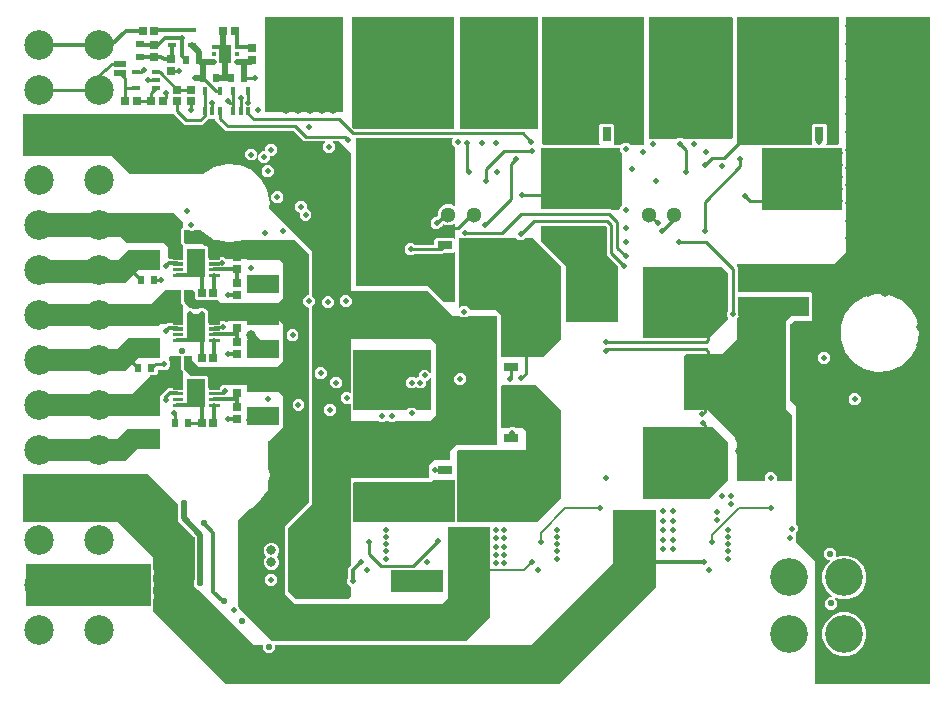
<source format=gbr>
G04 EAGLE Gerber RS-274X export*
G75*
%MOMM*%
%FSLAX34Y34*%
%LPD*%
%INBottom Copper*%
%IPPOS*%
%AMOC8*
5,1,8,0,0,1.08239X$1,22.5*%
G01*
%ADD10R,0.750000X1.300000*%
%ADD11R,4.800000X4.700000*%
%ADD12C,6.000000*%
%ADD13R,1.650000X2.380000*%
%ADD14C,0.075000*%
%ADD15R,1.300000X0.750000*%
%ADD16R,4.700000X4.800000*%
%ADD17R,1.600000X2.700000*%
%ADD18R,2.700000X1.600000*%
%ADD19R,4.400000X1.900000*%
%ADD20R,3.200000X1.800000*%
%ADD21R,2.900000X5.400000*%
%ADD22R,0.700000X0.700000*%
%ADD23R,1.000000X1.600000*%
%ADD24R,0.450000X0.300000*%
%ADD25R,0.600000X0.700000*%
%ADD26C,2.500000*%
%ADD27R,0.700000X0.600000*%
%ADD28R,0.700000X0.400000*%
%ADD29C,3.200000*%
%ADD30C,1.300000*%
%ADD31R,1.000000X0.600000*%
%ADD32R,0.600000X1.000000*%
%ADD33R,0.400000X0.700000*%
%ADD34C,0.550000*%
%ADD35C,0.500000*%
%ADD36C,0.300000*%
%ADD37C,0.250000*%
%ADD38C,0.800000*%
%ADD39C,0.800000*%
%ADD40C,0.500000*%
%ADD41C,0.200000*%

G36*
X777008Y-27498D02*
X777008Y-27498D01*
X777017Y-27499D01*
X777105Y-27478D01*
X777195Y-27460D01*
X777202Y-27455D01*
X777210Y-27453D01*
X777283Y-27399D01*
X777359Y-27347D01*
X777363Y-27340D01*
X777370Y-27335D01*
X777417Y-27257D01*
X777466Y-27180D01*
X777467Y-27171D01*
X777472Y-27164D01*
X777499Y-27000D01*
X777499Y537000D01*
X777498Y537008D01*
X777499Y537017D01*
X777478Y537105D01*
X777460Y537195D01*
X777455Y537202D01*
X777453Y537210D01*
X777399Y537283D01*
X777347Y537359D01*
X777340Y537363D01*
X777335Y537370D01*
X777257Y537417D01*
X777180Y537466D01*
X777171Y537467D01*
X777164Y537472D01*
X777000Y537499D01*
X707000Y537499D01*
X706992Y537498D01*
X706983Y537499D01*
X706895Y537478D01*
X706805Y537460D01*
X706798Y537455D01*
X706790Y537453D01*
X706717Y537399D01*
X706641Y537347D01*
X706637Y537340D01*
X706630Y537335D01*
X706583Y537257D01*
X706534Y537180D01*
X706533Y537171D01*
X706528Y537164D01*
X706501Y537000D01*
X706501Y338207D01*
X696793Y328499D01*
X615000Y328499D01*
X614992Y328498D01*
X614983Y328499D01*
X614895Y328478D01*
X614805Y328460D01*
X614798Y328455D01*
X614790Y328453D01*
X614717Y328399D01*
X614641Y328347D01*
X614637Y328340D01*
X614630Y328335D01*
X614583Y328257D01*
X614534Y328180D01*
X614533Y328171D01*
X614528Y328164D01*
X614501Y328000D01*
X614501Y326010D01*
X614503Y325998D01*
X614501Y325986D01*
X614523Y325901D01*
X614540Y325816D01*
X614548Y325805D01*
X614551Y325793D01*
X614647Y325657D01*
X614751Y325554D01*
X614751Y305000D01*
X614752Y304992D01*
X614751Y304985D01*
X614751Y304984D01*
X614751Y304983D01*
X614772Y304895D01*
X614790Y304805D01*
X614795Y304798D01*
X614797Y304790D01*
X614851Y304717D01*
X614903Y304641D01*
X614910Y304637D01*
X614915Y304630D01*
X614993Y304583D01*
X615070Y304534D01*
X615079Y304533D01*
X615086Y304528D01*
X615250Y304501D01*
X677293Y304501D01*
X679501Y302293D01*
X679501Y280499D01*
X662500Y280499D01*
X662488Y280497D01*
X662475Y280499D01*
X662391Y280477D01*
X662305Y280460D01*
X662295Y280453D01*
X662283Y280449D01*
X662147Y280353D01*
X659647Y277853D01*
X659640Y277842D01*
X659630Y277835D01*
X659586Y277760D01*
X659537Y277687D01*
X659535Y277675D01*
X659528Y277664D01*
X659501Y277500D01*
X659501Y212500D01*
X659503Y212488D01*
X659501Y212475D01*
X659523Y212391D01*
X659540Y212305D01*
X659548Y212295D01*
X659551Y212283D01*
X659647Y212147D01*
X664501Y207293D01*
X664501Y107778D01*
X664503Y107766D01*
X664501Y107753D01*
X664523Y107669D01*
X664540Y107583D01*
X664548Y107573D01*
X664551Y107561D01*
X664647Y107425D01*
X665751Y106321D01*
X665751Y102179D01*
X664647Y101075D01*
X664640Y101064D01*
X664630Y101057D01*
X664586Y100982D01*
X664537Y100909D01*
X664535Y100897D01*
X664528Y100886D01*
X664501Y100722D01*
X664501Y93000D01*
X664503Y92988D01*
X664501Y92975D01*
X664523Y92891D01*
X664540Y92805D01*
X664548Y92795D01*
X664551Y92783D01*
X664647Y92647D01*
X680501Y76793D01*
X680501Y-27000D01*
X680502Y-27008D01*
X680501Y-27017D01*
X680522Y-27105D01*
X680540Y-27195D01*
X680545Y-27202D01*
X680547Y-27210D01*
X680601Y-27283D01*
X680653Y-27359D01*
X680660Y-27363D01*
X680665Y-27370D01*
X680743Y-27417D01*
X680820Y-27466D01*
X680829Y-27467D01*
X680836Y-27472D01*
X681000Y-27499D01*
X777000Y-27499D01*
X777008Y-27498D01*
G37*
G36*
X285012Y44503D02*
X285012Y44503D01*
X285025Y44501D01*
X285109Y44523D01*
X285195Y44540D01*
X285205Y44548D01*
X285217Y44551D01*
X285353Y44647D01*
X287353Y46647D01*
X287354Y46649D01*
X287356Y46650D01*
X287361Y46658D01*
X287370Y46665D01*
X287415Y46740D01*
X287463Y46813D01*
X287465Y46825D01*
X287472Y46836D01*
X287499Y47000D01*
X287499Y54500D01*
X287499Y54502D01*
X287498Y54508D01*
X287499Y54517D01*
X287478Y54605D01*
X287460Y54695D01*
X287455Y54702D01*
X287453Y54710D01*
X287399Y54783D01*
X287347Y54859D01*
X287340Y54863D01*
X287335Y54870D01*
X287257Y54917D01*
X287180Y54966D01*
X287171Y54967D01*
X287164Y54972D01*
X287000Y54999D01*
X286929Y54999D01*
X283999Y57929D01*
X283999Y62071D01*
X284853Y62925D01*
X284860Y62936D01*
X284870Y62943D01*
X284915Y63018D01*
X284963Y63091D01*
X284965Y63103D01*
X284972Y63114D01*
X284999Y63278D01*
X284999Y70657D01*
X287353Y73011D01*
X287360Y73021D01*
X287370Y73029D01*
X287414Y73104D01*
X287463Y73177D01*
X287465Y73189D01*
X287472Y73200D01*
X287499Y73364D01*
X287499Y147501D01*
X353000Y147501D01*
X353008Y147502D01*
X353017Y147501D01*
X353105Y147522D01*
X353195Y147540D01*
X353202Y147545D01*
X353210Y147547D01*
X353283Y147601D01*
X353359Y147653D01*
X353363Y147660D01*
X353370Y147665D01*
X353417Y147743D01*
X353466Y147820D01*
X353467Y147829D01*
X353472Y147836D01*
X353499Y148000D01*
X353499Y157793D01*
X358207Y162501D01*
X370000Y162501D01*
X370012Y162503D01*
X370025Y162501D01*
X370109Y162523D01*
X370195Y162540D01*
X370205Y162548D01*
X370217Y162551D01*
X370353Y162647D01*
X371353Y163647D01*
X371360Y163658D01*
X371370Y163665D01*
X371415Y163740D01*
X371463Y163813D01*
X371465Y163825D01*
X371472Y163836D01*
X371499Y164000D01*
X371499Y169793D01*
X377207Y175501D01*
X411000Y175501D01*
X411008Y175502D01*
X411017Y175501D01*
X411105Y175522D01*
X411195Y175540D01*
X411202Y175545D01*
X411210Y175547D01*
X411283Y175601D01*
X411359Y175653D01*
X411363Y175660D01*
X411370Y175665D01*
X411417Y175743D01*
X411466Y175820D01*
X411467Y175829D01*
X411472Y175836D01*
X411499Y176000D01*
X411499Y284000D01*
X411498Y284008D01*
X411499Y284017D01*
X411478Y284105D01*
X411460Y284195D01*
X411455Y284202D01*
X411453Y284210D01*
X411399Y284283D01*
X411347Y284359D01*
X411340Y284363D01*
X411335Y284370D01*
X411257Y284417D01*
X411180Y284466D01*
X411171Y284467D01*
X411164Y284472D01*
X411000Y284499D01*
X386778Y284499D01*
X386766Y284497D01*
X386753Y284499D01*
X386669Y284477D01*
X386583Y284460D01*
X386573Y284453D01*
X386561Y284449D01*
X386425Y284353D01*
X385071Y282999D01*
X380929Y282999D01*
X379575Y284353D01*
X379564Y284360D01*
X379557Y284370D01*
X379482Y284414D01*
X379409Y284463D01*
X379397Y284465D01*
X379386Y284472D01*
X379222Y284499D01*
X373207Y284499D01*
X352353Y305353D01*
X352342Y305360D01*
X352335Y305370D01*
X352260Y305415D01*
X352187Y305463D01*
X352175Y305465D01*
X352164Y305472D01*
X352000Y305499D01*
X287499Y305499D01*
X287499Y422000D01*
X287497Y422012D01*
X287499Y422025D01*
X287477Y422109D01*
X287460Y422195D01*
X287453Y422205D01*
X287449Y422217D01*
X287353Y422353D01*
X277603Y432103D01*
X277592Y432110D01*
X277585Y432120D01*
X277510Y432165D01*
X277437Y432213D01*
X277425Y432215D01*
X277414Y432222D01*
X277250Y432249D01*
X272528Y432249D01*
X272524Y432248D01*
X272520Y432249D01*
X272427Y432229D01*
X272333Y432210D01*
X272330Y432207D01*
X272326Y432206D01*
X272248Y432151D01*
X272169Y432097D01*
X272167Y432094D01*
X272164Y432091D01*
X272114Y432010D01*
X272062Y431930D01*
X272062Y431925D01*
X272059Y431922D01*
X272045Y431828D01*
X272029Y431733D01*
X272030Y431729D01*
X272029Y431725D01*
X272053Y431633D01*
X272075Y431540D01*
X272078Y431537D01*
X272079Y431533D01*
X272175Y431397D01*
X274001Y429571D01*
X274001Y425429D01*
X271071Y422499D01*
X266929Y422499D01*
X263999Y425429D01*
X263999Y429571D01*
X265825Y431397D01*
X265827Y431401D01*
X265831Y431403D01*
X265882Y431483D01*
X265935Y431563D01*
X265935Y431567D01*
X265938Y431570D01*
X265954Y431664D01*
X265971Y431758D01*
X265970Y431762D01*
X265971Y431767D01*
X265949Y431858D01*
X265928Y431952D01*
X265926Y431956D01*
X265925Y431960D01*
X265869Y432036D01*
X265813Y432115D01*
X265809Y432117D01*
X265807Y432120D01*
X265725Y432169D01*
X265644Y432219D01*
X265640Y432219D01*
X265636Y432222D01*
X265472Y432249D01*
X247446Y432249D01*
X238593Y441103D01*
X238582Y441110D01*
X238575Y441120D01*
X238500Y441165D01*
X238427Y441213D01*
X238414Y441215D01*
X238404Y441222D01*
X238240Y441249D01*
X181446Y441249D01*
X179103Y443593D01*
X175093Y447603D01*
X172749Y449946D01*
X172749Y451000D01*
X172748Y451008D01*
X172749Y451017D01*
X172728Y451105D01*
X172710Y451195D01*
X172705Y451202D01*
X172703Y451210D01*
X172649Y451283D01*
X172597Y451359D01*
X172590Y451363D01*
X172585Y451370D01*
X172507Y451417D01*
X172430Y451466D01*
X172421Y451467D01*
X172414Y451472D01*
X172250Y451499D01*
X167010Y451499D01*
X166998Y451497D01*
X166986Y451499D01*
X166901Y451477D01*
X166816Y451460D01*
X166805Y451453D01*
X166793Y451449D01*
X166657Y451353D01*
X161554Y446249D01*
X146446Y446249D01*
X138593Y454103D01*
X137343Y455353D01*
X137332Y455360D01*
X137325Y455370D01*
X137250Y455414D01*
X137177Y455463D01*
X137164Y455465D01*
X137154Y455472D01*
X136990Y455499D01*
X10000Y455499D01*
X9992Y455498D01*
X9983Y455499D01*
X9895Y455478D01*
X9805Y455460D01*
X9798Y455455D01*
X9790Y455453D01*
X9717Y455399D01*
X9641Y455347D01*
X9637Y455340D01*
X9630Y455335D01*
X9583Y455257D01*
X9534Y455180D01*
X9533Y455171D01*
X9528Y455164D01*
X9501Y455000D01*
X9501Y420000D01*
X9502Y419992D01*
X9501Y419983D01*
X9522Y419895D01*
X9540Y419805D01*
X9545Y419798D01*
X9547Y419790D01*
X9601Y419717D01*
X9653Y419641D01*
X9660Y419637D01*
X9665Y419630D01*
X9743Y419583D01*
X9820Y419534D01*
X9829Y419533D01*
X9836Y419528D01*
X10000Y419501D01*
X84793Y419501D01*
X99647Y404647D01*
X99658Y404640D01*
X99665Y404630D01*
X99740Y404586D01*
X99813Y404537D01*
X99825Y404535D01*
X99836Y404528D01*
X100000Y404501D01*
X161961Y404501D01*
X162004Y404509D01*
X162047Y404508D01*
X162100Y404529D01*
X162156Y404540D01*
X162192Y404565D01*
X162232Y404581D01*
X162260Y404606D01*
X171546Y410673D01*
X182234Y413379D01*
X193222Y412469D01*
X203319Y408040D01*
X211431Y400572D01*
X216679Y390875D01*
X218494Y380000D01*
X217793Y375797D01*
X217794Y375743D01*
X217786Y375690D01*
X217798Y375645D01*
X217799Y375598D01*
X217822Y375550D01*
X217836Y375498D01*
X217867Y375453D01*
X217883Y375418D01*
X217907Y375397D01*
X217932Y375362D01*
X254501Y338793D01*
X254501Y301778D01*
X254503Y301766D01*
X254501Y301753D01*
X254523Y301669D01*
X254540Y301583D01*
X254548Y301573D01*
X254551Y301561D01*
X254647Y301425D01*
X257001Y299071D01*
X257001Y294929D01*
X254647Y292575D01*
X254640Y292564D01*
X254630Y292557D01*
X254586Y292482D01*
X254537Y292409D01*
X254535Y292397D01*
X254528Y292386D01*
X254501Y292222D01*
X254501Y125207D01*
X234647Y105353D01*
X234640Y105342D01*
X234630Y105335D01*
X234586Y105260D01*
X234537Y105187D01*
X234535Y105175D01*
X234528Y105164D01*
X234501Y105000D01*
X234501Y51000D01*
X234503Y50988D01*
X234501Y50975D01*
X234523Y50891D01*
X234540Y50805D01*
X234548Y50795D01*
X234551Y50783D01*
X234647Y50647D01*
X240647Y44647D01*
X240658Y44640D01*
X240665Y44630D01*
X240740Y44586D01*
X240813Y44537D01*
X240825Y44535D01*
X240836Y44528D01*
X241000Y44501D01*
X285000Y44501D01*
X285012Y44503D01*
G37*
G36*
X463012Y-27497D02*
X463012Y-27497D01*
X463025Y-27499D01*
X463109Y-27477D01*
X463195Y-27460D01*
X463205Y-27453D01*
X463217Y-27449D01*
X463353Y-27353D01*
X545353Y54647D01*
X545360Y54658D01*
X545370Y54665D01*
X545415Y54740D01*
X545463Y54813D01*
X545465Y54825D01*
X545472Y54836D01*
X545499Y55000D01*
X545499Y120000D01*
X545498Y120008D01*
X545499Y120017D01*
X545478Y120105D01*
X545460Y120195D01*
X545455Y120202D01*
X545453Y120210D01*
X545399Y120283D01*
X545347Y120359D01*
X545340Y120363D01*
X545335Y120370D01*
X545257Y120417D01*
X545180Y120466D01*
X545171Y120467D01*
X545164Y120472D01*
X545000Y120499D01*
X510000Y120499D01*
X509992Y120498D01*
X509983Y120499D01*
X509895Y120478D01*
X509805Y120460D01*
X509798Y120455D01*
X509790Y120453D01*
X509717Y120399D01*
X509641Y120347D01*
X509637Y120340D01*
X509630Y120335D01*
X509583Y120257D01*
X509534Y120180D01*
X509533Y120171D01*
X509528Y120164D01*
X509501Y120000D01*
X509501Y75207D01*
X439793Y5499D01*
X223750Y5499D01*
X223742Y5498D01*
X223733Y5499D01*
X223645Y5478D01*
X223555Y5460D01*
X223548Y5455D01*
X223540Y5453D01*
X223467Y5399D01*
X223391Y5347D01*
X223387Y5340D01*
X223380Y5335D01*
X223333Y5257D01*
X223284Y5180D01*
X223283Y5171D01*
X223278Y5164D01*
X223251Y5000D01*
X223251Y2075D01*
X220175Y-1001D01*
X215825Y-1001D01*
X212749Y2075D01*
X212749Y5000D01*
X212748Y5008D01*
X212749Y5017D01*
X212728Y5105D01*
X212710Y5195D01*
X212705Y5202D01*
X212703Y5210D01*
X212649Y5283D01*
X212597Y5359D01*
X212590Y5363D01*
X212585Y5370D01*
X212507Y5417D01*
X212430Y5466D01*
X212421Y5467D01*
X212414Y5472D01*
X212250Y5499D01*
X205207Y5499D01*
X158103Y52603D01*
X158092Y52610D01*
X158085Y52620D01*
X158010Y52665D01*
X157937Y52713D01*
X157925Y52715D01*
X157914Y52722D01*
X157840Y52734D01*
X154749Y55825D01*
X154749Y60175D01*
X154853Y60279D01*
X154860Y60289D01*
X154870Y60297D01*
X154915Y60372D01*
X154963Y60445D01*
X154965Y60457D01*
X154972Y60468D01*
X154999Y60632D01*
X154999Y96722D01*
X154997Y96734D01*
X154999Y96747D01*
X154977Y96831D01*
X154960Y96917D01*
X154953Y96927D01*
X154949Y96939D01*
X154853Y97075D01*
X140999Y110929D01*
X140999Y123368D01*
X140997Y123381D01*
X140999Y123393D01*
X140977Y123478D01*
X140960Y123563D01*
X140953Y123574D01*
X140949Y123586D01*
X140853Y123721D01*
X140749Y123825D01*
X140749Y124750D01*
X140747Y124762D01*
X140749Y124775D01*
X140727Y124859D01*
X140710Y124945D01*
X140703Y124955D01*
X140699Y124967D01*
X140603Y125103D01*
X115353Y150353D01*
X115342Y150360D01*
X115335Y150370D01*
X115260Y150415D01*
X115187Y150463D01*
X115175Y150465D01*
X115164Y150472D01*
X115000Y150499D01*
X10000Y150499D01*
X9992Y150498D01*
X9983Y150499D01*
X9895Y150478D01*
X9805Y150460D01*
X9798Y150455D01*
X9790Y150453D01*
X9717Y150399D01*
X9641Y150347D01*
X9637Y150340D01*
X9630Y150335D01*
X9583Y150257D01*
X9534Y150180D01*
X9533Y150171D01*
X9528Y150164D01*
X9501Y150000D01*
X9501Y110000D01*
X9502Y109992D01*
X9501Y109983D01*
X9522Y109895D01*
X9540Y109805D01*
X9545Y109798D01*
X9547Y109790D01*
X9601Y109717D01*
X9653Y109641D01*
X9660Y109637D01*
X9665Y109630D01*
X9743Y109583D01*
X9820Y109534D01*
X9829Y109533D01*
X9836Y109528D01*
X10000Y109501D01*
X89793Y109501D01*
X119501Y79793D01*
X119501Y70807D01*
X119504Y70792D01*
X119502Y70778D01*
X119539Y70615D01*
X120501Y68293D01*
X120501Y65707D01*
X119539Y63385D01*
X119536Y63370D01*
X119528Y63358D01*
X119501Y63193D01*
X119501Y60807D01*
X119504Y60792D01*
X119502Y60778D01*
X119539Y60615D01*
X120501Y58293D01*
X120501Y55707D01*
X119539Y53385D01*
X119536Y53370D01*
X119528Y53358D01*
X119501Y53193D01*
X119501Y50807D01*
X119504Y50792D01*
X119502Y50778D01*
X119539Y50615D01*
X120501Y48293D01*
X120501Y45707D01*
X119539Y43385D01*
X119536Y43370D01*
X119528Y43358D01*
X119501Y43193D01*
X119501Y35000D01*
X119503Y34988D01*
X119501Y34975D01*
X119523Y34891D01*
X119540Y34805D01*
X119548Y34795D01*
X119551Y34783D01*
X119647Y34647D01*
X181647Y-27353D01*
X181658Y-27360D01*
X181665Y-27370D01*
X181740Y-27415D01*
X181813Y-27463D01*
X181825Y-27465D01*
X181836Y-27472D01*
X182000Y-27499D01*
X463000Y-27499D01*
X463012Y-27497D01*
G37*
G36*
X385012Y9503D02*
X385012Y9503D01*
X385025Y9501D01*
X385109Y9523D01*
X385195Y9540D01*
X385205Y9548D01*
X385217Y9551D01*
X385353Y9647D01*
X405353Y29647D01*
X405360Y29658D01*
X405370Y29665D01*
X405415Y29740D01*
X405463Y29813D01*
X405465Y29825D01*
X405472Y29836D01*
X405499Y30000D01*
X405499Y72222D01*
X405497Y72234D01*
X405499Y72247D01*
X405477Y72331D01*
X405460Y72417D01*
X405453Y72427D01*
X405449Y72439D01*
X405353Y72575D01*
X404999Y72929D01*
X404999Y77071D01*
X405353Y77425D01*
X405360Y77436D01*
X405370Y77443D01*
X405415Y77518D01*
X405463Y77591D01*
X405465Y77603D01*
X405472Y77614D01*
X405499Y77778D01*
X405499Y79222D01*
X405497Y79234D01*
X405499Y79247D01*
X405477Y79331D01*
X405460Y79417D01*
X405453Y79427D01*
X405449Y79439D01*
X405353Y79575D01*
X404999Y79929D01*
X404999Y84071D01*
X405353Y84425D01*
X405360Y84436D01*
X405370Y84443D01*
X405415Y84518D01*
X405463Y84591D01*
X405465Y84603D01*
X405472Y84614D01*
X405499Y84778D01*
X405499Y86222D01*
X405497Y86234D01*
X405499Y86247D01*
X405477Y86331D01*
X405460Y86417D01*
X405453Y86427D01*
X405449Y86439D01*
X405353Y86575D01*
X404999Y86929D01*
X404999Y91071D01*
X405353Y91425D01*
X405360Y91436D01*
X405370Y91443D01*
X405415Y91518D01*
X405463Y91591D01*
X405465Y91603D01*
X405472Y91614D01*
X405499Y91778D01*
X405499Y93222D01*
X405497Y93234D01*
X405499Y93247D01*
X405477Y93331D01*
X405460Y93417D01*
X405453Y93427D01*
X405449Y93439D01*
X405353Y93575D01*
X404999Y93929D01*
X404999Y98071D01*
X405353Y98425D01*
X405360Y98436D01*
X405370Y98443D01*
X405415Y98518D01*
X405463Y98591D01*
X405465Y98603D01*
X405472Y98614D01*
X405499Y98778D01*
X405499Y100222D01*
X405497Y100234D01*
X405499Y100247D01*
X405477Y100331D01*
X405460Y100417D01*
X405453Y100427D01*
X405449Y100439D01*
X405353Y100575D01*
X404999Y100929D01*
X404999Y105000D01*
X404998Y105008D01*
X404999Y105017D01*
X404978Y105105D01*
X404960Y105195D01*
X404955Y105202D01*
X404953Y105210D01*
X404899Y105283D01*
X404847Y105359D01*
X404840Y105363D01*
X404835Y105370D01*
X404757Y105417D01*
X404680Y105466D01*
X404671Y105467D01*
X404664Y105472D01*
X404500Y105499D01*
X370000Y105499D01*
X369992Y105498D01*
X369983Y105499D01*
X369895Y105478D01*
X369805Y105460D01*
X369798Y105455D01*
X369790Y105453D01*
X369717Y105399D01*
X369641Y105347D01*
X369637Y105340D01*
X369630Y105335D01*
X369583Y105257D01*
X369534Y105180D01*
X369533Y105171D01*
X369528Y105164D01*
X369501Y105000D01*
X369501Y45207D01*
X364793Y40499D01*
X240207Y40499D01*
X231499Y49207D01*
X231499Y105793D01*
X251353Y125647D01*
X251360Y125658D01*
X251370Y125665D01*
X251415Y125740D01*
X251463Y125813D01*
X251465Y125825D01*
X251472Y125836D01*
X251499Y126000D01*
X251499Y291500D01*
X251498Y291508D01*
X251499Y291517D01*
X251478Y291605D01*
X251460Y291695D01*
X251455Y291702D01*
X251453Y291710D01*
X251399Y291783D01*
X251347Y291859D01*
X251340Y291863D01*
X251335Y291870D01*
X251257Y291917D01*
X251180Y291966D01*
X251171Y291967D01*
X251164Y291972D01*
X251000Y291999D01*
X249929Y291999D01*
X246999Y294929D01*
X246999Y299071D01*
X249929Y302001D01*
X251000Y302001D01*
X251008Y302002D01*
X251017Y302001D01*
X251105Y302022D01*
X251195Y302040D01*
X251202Y302045D01*
X251210Y302047D01*
X251283Y302101D01*
X251359Y302153D01*
X251363Y302160D01*
X251370Y302165D01*
X251417Y302243D01*
X251466Y302320D01*
X251467Y302329D01*
X251472Y302336D01*
X251499Y302500D01*
X251499Y337000D01*
X251497Y337012D01*
X251499Y337025D01*
X251477Y337109D01*
X251460Y337195D01*
X251453Y337205D01*
X251449Y337217D01*
X251353Y337353D01*
X240353Y348353D01*
X240346Y348357D01*
X240343Y348362D01*
X240339Y348365D01*
X240335Y348370D01*
X240260Y348415D01*
X240187Y348463D01*
X240175Y348465D01*
X240164Y348472D01*
X240000Y348499D01*
X195534Y348499D01*
X195515Y348495D01*
X195495Y348498D01*
X195361Y348464D01*
X195339Y348460D01*
X195337Y348458D01*
X195334Y348457D01*
X193222Y347531D01*
X182234Y346621D01*
X174876Y348484D01*
X174831Y348486D01*
X174753Y348499D01*
X171207Y348499D01*
X168216Y351490D01*
X168182Y351512D01*
X168136Y351555D01*
X162315Y355358D01*
X160798Y357307D01*
X160768Y357333D01*
X160756Y357349D01*
X160754Y357350D01*
X160739Y357370D01*
X160691Y357399D01*
X160647Y357436D01*
X160606Y357449D01*
X160568Y357472D01*
X160499Y357483D01*
X160458Y357496D01*
X160434Y357494D01*
X160404Y357499D01*
X155778Y357499D01*
X155766Y357497D01*
X155753Y357499D01*
X155669Y357477D01*
X155583Y357460D01*
X155573Y357453D01*
X155561Y357449D01*
X155425Y357353D01*
X154071Y355999D01*
X149929Y355999D01*
X148575Y357353D01*
X148564Y357360D01*
X148557Y357370D01*
X148482Y357414D01*
X148409Y357463D01*
X148397Y357465D01*
X148386Y357472D01*
X148222Y357499D01*
X147000Y357499D01*
X146992Y357498D01*
X146983Y357499D01*
X146895Y357478D01*
X146805Y357460D01*
X146798Y357455D01*
X146790Y357453D01*
X146717Y357399D01*
X146641Y357347D01*
X146637Y357340D01*
X146630Y357335D01*
X146583Y357257D01*
X146534Y357180D01*
X146533Y357171D01*
X146528Y357164D01*
X146501Y357000D01*
X146501Y346000D01*
X146502Y345992D01*
X146501Y345983D01*
X146522Y345895D01*
X146540Y345805D01*
X146545Y345798D01*
X146547Y345790D01*
X146601Y345717D01*
X146653Y345641D01*
X146660Y345637D01*
X146665Y345630D01*
X146743Y345583D01*
X146820Y345534D01*
X146829Y345533D01*
X146836Y345528D01*
X147000Y345501D01*
X161793Y345501D01*
X163747Y343547D01*
X163758Y343540D01*
X163765Y343530D01*
X163840Y343486D01*
X163913Y343437D01*
X163925Y343435D01*
X163936Y343428D01*
X164100Y343401D01*
X165286Y343401D01*
X166751Y341936D01*
X166751Y333500D01*
X166751Y333498D01*
X166751Y333497D01*
X166752Y333492D01*
X166751Y333483D01*
X166772Y333395D01*
X166790Y333305D01*
X166795Y333298D01*
X166797Y333290D01*
X166851Y333217D01*
X166903Y333141D01*
X166910Y333137D01*
X166915Y333130D01*
X166993Y333083D01*
X167070Y333034D01*
X167079Y333033D01*
X167086Y333028D01*
X167250Y333001D01*
X174722Y333001D01*
X174734Y333003D01*
X174747Y333001D01*
X174831Y333023D01*
X174917Y333040D01*
X174927Y333047D01*
X174939Y333051D01*
X175075Y333147D01*
X175929Y334001D01*
X180071Y334001D01*
X181425Y332647D01*
X181428Y332645D01*
X181431Y332643D01*
X181436Y332640D01*
X181443Y332630D01*
X181518Y332586D01*
X181591Y332537D01*
X181603Y332535D01*
X181614Y332528D01*
X181778Y332501D01*
X225793Y332501D01*
X229501Y328793D01*
X229501Y299207D01*
X225793Y295499D01*
X177207Y295499D01*
X174853Y297853D01*
X174842Y297860D01*
X174835Y297870D01*
X174760Y297915D01*
X174687Y297963D01*
X174675Y297965D01*
X174664Y297972D01*
X174500Y297999D01*
X166464Y297999D01*
X166353Y298110D01*
X166346Y298115D01*
X166341Y298122D01*
X166264Y298170D01*
X166187Y298220D01*
X166179Y298222D01*
X166172Y298226D01*
X166082Y298240D01*
X165992Y298257D01*
X165983Y298255D01*
X165975Y298256D01*
X165887Y298233D01*
X165798Y298214D01*
X165791Y298209D01*
X165783Y298207D01*
X165647Y298110D01*
X165536Y297999D01*
X156464Y297999D01*
X154999Y299464D01*
X154999Y304500D01*
X154997Y304512D01*
X154999Y304525D01*
X154977Y304609D01*
X154960Y304695D01*
X154953Y304705D01*
X154949Y304717D01*
X154853Y304853D01*
X153353Y306353D01*
X153342Y306360D01*
X153335Y306370D01*
X153260Y306414D01*
X153187Y306463D01*
X153175Y306465D01*
X153164Y306472D01*
X153000Y306499D01*
X147000Y306499D01*
X146992Y306498D01*
X146983Y306499D01*
X146895Y306478D01*
X146805Y306460D01*
X146798Y306455D01*
X146790Y306453D01*
X146717Y306399D01*
X146641Y306347D01*
X146637Y306340D01*
X146630Y306335D01*
X146583Y306257D01*
X146534Y306180D01*
X146533Y306171D01*
X146528Y306164D01*
X146501Y306000D01*
X146501Y296000D01*
X146503Y295988D01*
X146501Y295975D01*
X146523Y295891D01*
X146540Y295805D01*
X146547Y295795D01*
X146551Y295783D01*
X146647Y295647D01*
X151147Y291147D01*
X151158Y291140D01*
X151165Y291130D01*
X151240Y291085D01*
X151313Y291037D01*
X151325Y291035D01*
X151336Y291028D01*
X151500Y291001D01*
X153071Y291001D01*
X153425Y290647D01*
X153436Y290640D01*
X153443Y290630D01*
X153518Y290586D01*
X153591Y290537D01*
X153603Y290535D01*
X153614Y290528D01*
X153778Y290501D01*
X158222Y290501D01*
X158234Y290503D01*
X158247Y290501D01*
X158331Y290523D01*
X158417Y290540D01*
X158427Y290548D01*
X158439Y290551D01*
X158575Y290647D01*
X158929Y291001D01*
X163071Y291001D01*
X163425Y290647D01*
X163436Y290640D01*
X163443Y290630D01*
X163518Y290586D01*
X163591Y290537D01*
X163603Y290535D01*
X163614Y290528D01*
X163778Y290501D01*
X164793Y290501D01*
X166501Y288793D01*
X166501Y287393D01*
X166503Y287380D01*
X166501Y287368D01*
X166523Y287284D01*
X166540Y287198D01*
X166548Y287187D01*
X166551Y287175D01*
X166647Y287040D01*
X166751Y286936D01*
X166751Y278500D01*
X166752Y278492D01*
X166751Y278483D01*
X166772Y278395D01*
X166790Y278305D01*
X166795Y278298D01*
X166797Y278290D01*
X166851Y278217D01*
X166903Y278141D01*
X166910Y278137D01*
X166915Y278130D01*
X166993Y278083D01*
X167070Y278034D01*
X167079Y278033D01*
X167086Y278028D01*
X167250Y278001D01*
X169990Y278001D01*
X170002Y278003D01*
X170014Y278001D01*
X170099Y278023D01*
X170184Y278040D01*
X170195Y278047D01*
X170207Y278051D01*
X170343Y278147D01*
X170946Y278751D01*
X175472Y278751D01*
X175484Y278753D01*
X175497Y278751D01*
X175581Y278773D01*
X175667Y278790D01*
X175677Y278797D01*
X175689Y278801D01*
X175825Y278897D01*
X176929Y280001D01*
X181071Y280001D01*
X182036Y279036D01*
X182043Y279031D01*
X182048Y279025D01*
X182126Y278977D01*
X182202Y278926D01*
X182210Y278925D01*
X182217Y278920D01*
X182307Y278907D01*
X182397Y278890D01*
X182406Y278892D01*
X182414Y278890D01*
X182502Y278913D01*
X182592Y278933D01*
X182598Y278938D01*
X182607Y278940D01*
X182742Y279036D01*
X184207Y280501D01*
X226793Y280501D01*
X229501Y277793D01*
X229501Y246207D01*
X224793Y241499D01*
X158207Y241499D01*
X156853Y242853D01*
X156842Y242860D01*
X156835Y242870D01*
X156760Y242915D01*
X156687Y242963D01*
X156675Y242965D01*
X156664Y242972D01*
X156500Y242999D01*
X156464Y242999D01*
X154999Y244464D01*
X154999Y244500D01*
X154997Y244512D01*
X154999Y244525D01*
X154977Y244609D01*
X154960Y244695D01*
X154953Y244705D01*
X154949Y244717D01*
X154853Y244853D01*
X152499Y247207D01*
X152499Y250000D01*
X152498Y250008D01*
X152499Y250017D01*
X152478Y250105D01*
X152460Y250195D01*
X152455Y250202D01*
X152453Y250210D01*
X152399Y250283D01*
X152347Y250359D01*
X152340Y250363D01*
X152335Y250370D01*
X152257Y250417D01*
X152180Y250466D01*
X152171Y250467D01*
X152164Y250472D01*
X152000Y250499D01*
X147132Y250499D01*
X147119Y250497D01*
X147107Y250499D01*
X147022Y250477D01*
X146937Y250460D01*
X146926Y250453D01*
X146914Y250449D01*
X146779Y250353D01*
X146647Y250221D01*
X146640Y250211D01*
X146630Y250203D01*
X146585Y250128D01*
X146537Y250055D01*
X146535Y250043D01*
X146528Y250032D01*
X146501Y249868D01*
X146501Y239000D01*
X146503Y238988D01*
X146501Y238975D01*
X146523Y238891D01*
X146540Y238805D01*
X146547Y238795D01*
X146551Y238783D01*
X146647Y238647D01*
X151647Y233647D01*
X151658Y233640D01*
X151665Y233630D01*
X151740Y233586D01*
X151813Y233537D01*
X151825Y233535D01*
X151836Y233528D01*
X152000Y233501D01*
X162814Y233501D01*
X162840Y233486D01*
X162913Y233437D01*
X162925Y233435D01*
X162936Y233428D01*
X163100Y233401D01*
X165286Y233401D01*
X166751Y231936D01*
X166751Y223500D01*
X166752Y223492D01*
X166751Y223483D01*
X166772Y223395D01*
X166790Y223305D01*
X166795Y223298D01*
X166797Y223290D01*
X166851Y223217D01*
X166903Y223141D01*
X166910Y223137D01*
X166915Y223130D01*
X166993Y223083D01*
X167070Y223034D01*
X167079Y223033D01*
X167086Y223028D01*
X167250Y223001D01*
X175722Y223001D01*
X175734Y223003D01*
X175747Y223001D01*
X175831Y223023D01*
X175917Y223040D01*
X175927Y223047D01*
X175939Y223051D01*
X176075Y223147D01*
X178929Y226001D01*
X183071Y226001D01*
X183425Y225647D01*
X183436Y225640D01*
X183443Y225630D01*
X183518Y225586D01*
X183591Y225537D01*
X183603Y225535D01*
X183614Y225528D01*
X183778Y225501D01*
X220793Y225501D01*
X229501Y216793D01*
X229501Y190207D01*
X217647Y178353D01*
X217640Y178342D01*
X217630Y178335D01*
X217586Y178260D01*
X217537Y178187D01*
X217535Y178175D01*
X217528Y178164D01*
X217501Y178000D01*
X217501Y155993D01*
X217508Y155958D01*
X217508Y155910D01*
X218494Y150000D01*
X217508Y144090D01*
X217509Y144055D01*
X217501Y144008D01*
X217501Y137207D01*
X213499Y133205D01*
X213476Y133170D01*
X213413Y133090D01*
X211431Y129428D01*
X203319Y121960D01*
X201508Y121165D01*
X201500Y121160D01*
X201491Y121158D01*
X201355Y121061D01*
X191647Y111353D01*
X191640Y111342D01*
X191630Y111335D01*
X191586Y111260D01*
X191537Y111187D01*
X191535Y111175D01*
X191528Y111164D01*
X191501Y111000D01*
X191501Y38778D01*
X191503Y38766D01*
X191501Y38753D01*
X191523Y38669D01*
X191540Y38583D01*
X191548Y38573D01*
X191551Y38561D01*
X191647Y38425D01*
X193001Y37071D01*
X193001Y36500D01*
X193003Y36488D01*
X193001Y36475D01*
X193023Y36391D01*
X193040Y36305D01*
X193047Y36295D01*
X193051Y36283D01*
X193147Y36147D01*
X219647Y9647D01*
X219658Y9640D01*
X219665Y9630D01*
X219740Y9586D01*
X219813Y9537D01*
X219825Y9535D01*
X219836Y9528D01*
X220000Y9501D01*
X385000Y9501D01*
X385012Y9503D01*
G37*
G36*
X375008Y296502D02*
X375008Y296502D01*
X375017Y296501D01*
X375105Y296522D01*
X375195Y296540D01*
X375202Y296545D01*
X375210Y296547D01*
X375283Y296601D01*
X375359Y296653D01*
X375363Y296660D01*
X375370Y296665D01*
X375417Y296743D01*
X375466Y296820D01*
X375467Y296829D01*
X375472Y296836D01*
X375499Y297000D01*
X375499Y337807D01*
X375498Y337811D01*
X375499Y337816D01*
X375479Y337909D01*
X375460Y338002D01*
X375457Y338006D01*
X375456Y338010D01*
X375401Y338088D01*
X375347Y338166D01*
X375344Y338168D01*
X375341Y338172D01*
X375260Y338222D01*
X375180Y338273D01*
X375175Y338274D01*
X375172Y338276D01*
X375078Y338290D01*
X374983Y338306D01*
X374979Y338305D01*
X374975Y338306D01*
X374883Y338282D01*
X374790Y338260D01*
X374787Y338258D01*
X374783Y338257D01*
X374647Y338160D01*
X374286Y337799D01*
X366010Y337799D01*
X365998Y337797D01*
X365986Y337799D01*
X365901Y337777D01*
X365816Y337760D01*
X365805Y337753D01*
X365793Y337749D01*
X365657Y337653D01*
X365254Y337249D01*
X341528Y337249D01*
X341516Y337247D01*
X341503Y337249D01*
X341419Y337227D01*
X341333Y337210D01*
X341323Y337203D01*
X341311Y337199D01*
X341175Y337103D01*
X340071Y335999D01*
X335929Y335999D01*
X332999Y338929D01*
X332999Y343071D01*
X335929Y346001D01*
X340071Y346001D01*
X341175Y344897D01*
X341186Y344890D01*
X341193Y344880D01*
X341268Y344835D01*
X341341Y344787D01*
X341353Y344785D01*
X341364Y344778D01*
X341528Y344751D01*
X357250Y344751D01*
X357258Y344752D01*
X357267Y344751D01*
X357355Y344772D01*
X357445Y344790D01*
X357452Y344795D01*
X357460Y344797D01*
X357533Y344851D01*
X357609Y344903D01*
X357613Y344910D01*
X357620Y344915D01*
X357667Y344993D01*
X357716Y345070D01*
X357717Y345079D01*
X357722Y345086D01*
X357749Y345250D01*
X357749Y348836D01*
X359214Y350301D01*
X374286Y350301D01*
X374647Y349940D01*
X374651Y349937D01*
X374653Y349934D01*
X374733Y349883D01*
X374813Y349830D01*
X374817Y349829D01*
X374820Y349827D01*
X374914Y349811D01*
X375008Y349793D01*
X375012Y349794D01*
X375017Y349794D01*
X375108Y349815D01*
X375202Y349836D01*
X375206Y349839D01*
X375210Y349840D01*
X375286Y349896D01*
X375365Y349951D01*
X375367Y349955D01*
X375370Y349958D01*
X375419Y350039D01*
X375469Y350121D01*
X375469Y350125D01*
X375472Y350129D01*
X375499Y350293D01*
X375499Y361788D01*
X375498Y361795D01*
X375499Y361801D01*
X375478Y361892D01*
X375460Y361983D01*
X375456Y361988D01*
X375455Y361995D01*
X375400Y362070D01*
X375347Y362147D01*
X375342Y362151D01*
X375338Y362156D01*
X375258Y362204D01*
X375180Y362254D01*
X375173Y362255D01*
X375168Y362259D01*
X375076Y362272D01*
X374983Y362287D01*
X374977Y362286D01*
X374971Y362287D01*
X374809Y362250D01*
X371790Y360999D01*
X368210Y360999D01*
X365691Y362043D01*
X365685Y362044D01*
X365680Y362047D01*
X365587Y362063D01*
X365496Y362080D01*
X365490Y362079D01*
X365483Y362080D01*
X365393Y362059D01*
X365301Y362039D01*
X365296Y362036D01*
X365290Y362034D01*
X365215Y361979D01*
X365138Y361925D01*
X365135Y361920D01*
X365130Y361916D01*
X365083Y361836D01*
X365033Y361757D01*
X365032Y361751D01*
X365028Y361745D01*
X365001Y361581D01*
X365001Y360929D01*
X362071Y357999D01*
X357929Y357999D01*
X354999Y360929D01*
X354999Y365071D01*
X357929Y368001D01*
X359490Y368001D01*
X359502Y368003D01*
X359514Y368001D01*
X359599Y368023D01*
X359684Y368040D01*
X359695Y368047D01*
X359707Y368051D01*
X359843Y368147D01*
X360853Y369157D01*
X360860Y369168D01*
X360870Y369175D01*
X360915Y369250D01*
X360963Y369323D01*
X360965Y369336D01*
X360972Y369346D01*
X360999Y369510D01*
X360999Y371790D01*
X362370Y375099D01*
X364901Y377630D01*
X368210Y379001D01*
X371790Y379001D01*
X374809Y377750D01*
X374815Y377749D01*
X374820Y377746D01*
X374913Y377730D01*
X375004Y377712D01*
X375010Y377714D01*
X375017Y377713D01*
X375107Y377734D01*
X375199Y377754D01*
X375204Y377757D01*
X375210Y377759D01*
X375285Y377814D01*
X375362Y377867D01*
X375365Y377873D01*
X375370Y377877D01*
X375417Y377956D01*
X375467Y378036D01*
X375468Y378042D01*
X375472Y378048D01*
X375499Y378212D01*
X375499Y427222D01*
X375497Y427234D01*
X375499Y427247D01*
X375477Y427331D01*
X375460Y427417D01*
X375453Y427427D01*
X375449Y427439D01*
X375353Y427575D01*
X372999Y429929D01*
X372999Y434071D01*
X373325Y434397D01*
X373327Y434400D01*
X373331Y434403D01*
X373382Y434483D01*
X373435Y434563D01*
X373435Y434567D01*
X373438Y434570D01*
X373454Y434664D01*
X373471Y434758D01*
X373470Y434762D01*
X373471Y434767D01*
X373449Y434858D01*
X373428Y434952D01*
X373426Y434956D01*
X373425Y434960D01*
X373369Y435036D01*
X373313Y435115D01*
X373309Y435117D01*
X373307Y435120D01*
X373226Y435168D01*
X373144Y435219D01*
X373140Y435219D01*
X373136Y435222D01*
X372972Y435249D01*
X292000Y435249D01*
X291992Y435248D01*
X291983Y435249D01*
X291895Y435228D01*
X291805Y435210D01*
X291798Y435205D01*
X291790Y435203D01*
X291717Y435149D01*
X291641Y435097D01*
X291637Y435090D01*
X291630Y435085D01*
X291583Y435007D01*
X291534Y434930D01*
X291533Y434921D01*
X291528Y434914D01*
X291501Y434750D01*
X291501Y310000D01*
X291502Y309992D01*
X291501Y309983D01*
X291522Y309895D01*
X291540Y309805D01*
X291545Y309798D01*
X291547Y309790D01*
X291601Y309717D01*
X291653Y309641D01*
X291660Y309637D01*
X291665Y309630D01*
X291743Y309583D01*
X291820Y309534D01*
X291829Y309533D01*
X291836Y309528D01*
X292000Y309501D01*
X352793Y309501D01*
X365647Y296647D01*
X365658Y296640D01*
X365665Y296630D01*
X365740Y296586D01*
X365813Y296537D01*
X365825Y296535D01*
X365836Y296528D01*
X366000Y296501D01*
X375000Y296501D01*
X375008Y296502D01*
G37*
G36*
X637508Y144502D02*
X637508Y144502D01*
X637517Y144501D01*
X637605Y144522D01*
X637695Y144540D01*
X637702Y144545D01*
X637710Y144547D01*
X637783Y144601D01*
X637859Y144653D01*
X637863Y144660D01*
X637870Y144665D01*
X637917Y144743D01*
X637966Y144820D01*
X637967Y144829D01*
X637972Y144836D01*
X637999Y145000D01*
X637999Y149071D01*
X640929Y152001D01*
X645071Y152001D01*
X648001Y149071D01*
X648001Y145000D01*
X648002Y144992D01*
X648001Y144983D01*
X648022Y144895D01*
X648040Y144805D01*
X648045Y144798D01*
X648047Y144790D01*
X648101Y144717D01*
X648153Y144641D01*
X648160Y144637D01*
X648165Y144630D01*
X648243Y144583D01*
X648320Y144534D01*
X648329Y144533D01*
X648336Y144528D01*
X648500Y144501D01*
X660000Y144501D01*
X660008Y144502D01*
X660017Y144501D01*
X660105Y144522D01*
X660195Y144540D01*
X660202Y144545D01*
X660210Y144547D01*
X660283Y144601D01*
X660359Y144653D01*
X660363Y144660D01*
X660370Y144665D01*
X660417Y144743D01*
X660466Y144820D01*
X660467Y144829D01*
X660472Y144836D01*
X660499Y145000D01*
X660499Y200000D01*
X660497Y200012D01*
X660499Y200025D01*
X660477Y200109D01*
X660460Y200195D01*
X660453Y200205D01*
X660449Y200217D01*
X660353Y200353D01*
X655499Y205207D01*
X655499Y279793D01*
X660207Y284501D01*
X674750Y284501D01*
X674758Y284502D01*
X674767Y284501D01*
X674855Y284522D01*
X674945Y284540D01*
X674952Y284545D01*
X674960Y284547D01*
X675033Y284601D01*
X675109Y284653D01*
X675113Y284660D01*
X675120Y284665D01*
X675167Y284743D01*
X675216Y284820D01*
X675217Y284829D01*
X675222Y284836D01*
X675249Y285000D01*
X675249Y300000D01*
X675248Y300008D01*
X675249Y300017D01*
X675228Y300105D01*
X675210Y300195D01*
X675205Y300202D01*
X675203Y300210D01*
X675149Y300283D01*
X675097Y300359D01*
X675090Y300363D01*
X675085Y300370D01*
X675007Y300417D01*
X674930Y300466D01*
X674921Y300467D01*
X674914Y300472D01*
X674750Y300499D01*
X615250Y300499D01*
X615242Y300498D01*
X615233Y300499D01*
X615145Y300478D01*
X615055Y300460D01*
X615048Y300455D01*
X615040Y300453D01*
X614967Y300399D01*
X614891Y300347D01*
X614887Y300340D01*
X614880Y300335D01*
X614833Y300257D01*
X614784Y300180D01*
X614783Y300171D01*
X614778Y300164D01*
X614751Y300000D01*
X614751Y289528D01*
X614753Y289516D01*
X614751Y289503D01*
X614773Y289419D01*
X614790Y289333D01*
X614797Y289323D01*
X614801Y289311D01*
X614897Y289175D01*
X616001Y288071D01*
X616001Y283929D01*
X614647Y282575D01*
X614640Y282564D01*
X614630Y282557D01*
X614586Y282482D01*
X614537Y282409D01*
X614535Y282397D01*
X614528Y282386D01*
X614501Y282222D01*
X614501Y265207D01*
X601793Y252499D01*
X572000Y252499D01*
X571988Y252497D01*
X571975Y252499D01*
X571891Y252477D01*
X571805Y252460D01*
X571795Y252453D01*
X571783Y252449D01*
X571647Y252353D01*
X569647Y250353D01*
X569640Y250342D01*
X569630Y250335D01*
X569586Y250260D01*
X569537Y250187D01*
X569535Y250175D01*
X569528Y250164D01*
X569501Y250000D01*
X569501Y205000D01*
X569502Y204992D01*
X569501Y204983D01*
X569522Y204895D01*
X569540Y204805D01*
X569545Y204798D01*
X569547Y204790D01*
X569601Y204717D01*
X569653Y204641D01*
X569660Y204637D01*
X569665Y204630D01*
X569743Y204583D01*
X569820Y204534D01*
X569829Y204533D01*
X569836Y204528D01*
X570000Y204501D01*
X589793Y204501D01*
X614501Y179793D01*
X614501Y145000D01*
X614502Y144992D01*
X614501Y144983D01*
X614522Y144895D01*
X614540Y144805D01*
X614545Y144798D01*
X614547Y144790D01*
X614601Y144717D01*
X614653Y144641D01*
X614660Y144637D01*
X614665Y144630D01*
X614743Y144583D01*
X614820Y144534D01*
X614829Y144533D01*
X614836Y144528D01*
X615000Y144501D01*
X637500Y144501D01*
X637508Y144502D01*
G37*
G36*
X677812Y429502D02*
X677812Y429502D01*
X677816Y429501D01*
X677908Y429521D01*
X678002Y429540D01*
X678006Y429543D01*
X678010Y429544D01*
X678087Y429599D01*
X678166Y429653D01*
X678168Y429656D01*
X678172Y429659D01*
X678222Y429740D01*
X678273Y429820D01*
X678274Y429825D01*
X678276Y429828D01*
X678290Y429922D01*
X678306Y430017D01*
X678305Y430021D01*
X678306Y430025D01*
X678282Y430117D01*
X678260Y430210D01*
X678258Y430213D01*
X678257Y430217D01*
X678160Y430353D01*
X677799Y430714D01*
X677799Y445786D01*
X679264Y447251D01*
X688836Y447251D01*
X690301Y445786D01*
X690301Y430714D01*
X689940Y430353D01*
X689937Y430350D01*
X689934Y430347D01*
X689882Y430267D01*
X689830Y430187D01*
X689829Y430183D01*
X689827Y430180D01*
X689811Y430086D01*
X689793Y429992D01*
X689794Y429988D01*
X689794Y429983D01*
X689815Y429892D01*
X689836Y429798D01*
X689839Y429794D01*
X689840Y429790D01*
X689896Y429714D01*
X689951Y429636D01*
X689955Y429633D01*
X689958Y429630D01*
X690039Y429582D01*
X690121Y429531D01*
X690125Y429531D01*
X690129Y429528D01*
X690293Y429501D01*
X700000Y429501D01*
X700008Y429502D01*
X700017Y429501D01*
X700105Y429522D01*
X700195Y429540D01*
X700202Y429545D01*
X700210Y429547D01*
X700283Y429601D01*
X700359Y429653D01*
X700363Y429660D01*
X700370Y429665D01*
X700417Y429743D01*
X700466Y429820D01*
X700467Y429829D01*
X700472Y429836D01*
X700499Y430000D01*
X700499Y537000D01*
X700498Y537008D01*
X700499Y537017D01*
X700478Y537105D01*
X700460Y537195D01*
X700455Y537202D01*
X700453Y537210D01*
X700399Y537283D01*
X700347Y537359D01*
X700340Y537363D01*
X700335Y537370D01*
X700257Y537417D01*
X700180Y537466D01*
X700171Y537467D01*
X700164Y537472D01*
X700000Y537499D01*
X615000Y537499D01*
X614992Y537498D01*
X614983Y537499D01*
X614895Y537478D01*
X614805Y537460D01*
X614798Y537455D01*
X614790Y537453D01*
X614717Y537399D01*
X614641Y537347D01*
X614637Y537340D01*
X614630Y537335D01*
X614583Y537257D01*
X614534Y537180D01*
X614533Y537171D01*
X614528Y537164D01*
X614501Y537000D01*
X614501Y430000D01*
X614502Y429992D01*
X614501Y429983D01*
X614522Y429895D01*
X614540Y429805D01*
X614545Y429798D01*
X614547Y429790D01*
X614601Y429717D01*
X614653Y429641D01*
X614660Y429637D01*
X614665Y429630D01*
X614743Y429583D01*
X614820Y429534D01*
X614829Y429533D01*
X614836Y429528D01*
X615000Y429501D01*
X677807Y429501D01*
X677812Y429502D01*
G37*
G36*
X497812Y429502D02*
X497812Y429502D01*
X497816Y429501D01*
X497908Y429521D01*
X498002Y429540D01*
X498006Y429543D01*
X498010Y429544D01*
X498087Y429599D01*
X498166Y429653D01*
X498168Y429656D01*
X498172Y429659D01*
X498222Y429740D01*
X498273Y429820D01*
X498274Y429825D01*
X498276Y429828D01*
X498290Y429922D01*
X498306Y430017D01*
X498305Y430021D01*
X498306Y430025D01*
X498282Y430117D01*
X498260Y430210D01*
X498258Y430213D01*
X498257Y430217D01*
X498160Y430353D01*
X497799Y430714D01*
X497799Y445786D01*
X499264Y447251D01*
X508836Y447251D01*
X510301Y445786D01*
X510301Y430714D01*
X509940Y430353D01*
X509937Y430350D01*
X509934Y430347D01*
X509882Y430267D01*
X509830Y430187D01*
X509829Y430183D01*
X509827Y430180D01*
X509811Y430086D01*
X509793Y429992D01*
X509794Y429988D01*
X509794Y429983D01*
X509815Y429892D01*
X509836Y429798D01*
X509839Y429794D01*
X509840Y429790D01*
X509896Y429714D01*
X509951Y429636D01*
X509955Y429633D01*
X509958Y429630D01*
X510039Y429582D01*
X510121Y429531D01*
X510125Y429531D01*
X510129Y429528D01*
X510293Y429501D01*
X516222Y429501D01*
X516234Y429503D01*
X516247Y429501D01*
X516331Y429523D01*
X516417Y429540D01*
X516427Y429548D01*
X516439Y429551D01*
X516575Y429647D01*
X517929Y431001D01*
X522071Y431001D01*
X523425Y429647D01*
X523436Y429640D01*
X523443Y429630D01*
X523518Y429586D01*
X523591Y429537D01*
X523603Y429535D01*
X523614Y429528D01*
X523778Y429501D01*
X535000Y429501D01*
X535008Y429502D01*
X535017Y429501D01*
X535105Y429522D01*
X535195Y429540D01*
X535202Y429545D01*
X535210Y429547D01*
X535283Y429601D01*
X535359Y429653D01*
X535363Y429660D01*
X535370Y429665D01*
X535417Y429743D01*
X535466Y429820D01*
X535467Y429829D01*
X535472Y429836D01*
X535499Y430000D01*
X535499Y537000D01*
X535498Y537008D01*
X535499Y537017D01*
X535478Y537105D01*
X535460Y537195D01*
X535455Y537202D01*
X535453Y537210D01*
X535399Y537283D01*
X535347Y537359D01*
X535340Y537363D01*
X535335Y537370D01*
X535257Y537417D01*
X535180Y537466D01*
X535171Y537467D01*
X535164Y537472D01*
X535000Y537499D01*
X450000Y537499D01*
X449992Y537498D01*
X449983Y537499D01*
X449895Y537478D01*
X449805Y537460D01*
X449798Y537455D01*
X449790Y537453D01*
X449717Y537399D01*
X449641Y537347D01*
X449637Y537340D01*
X449630Y537335D01*
X449583Y537257D01*
X449534Y537180D01*
X449533Y537171D01*
X449528Y537164D01*
X449501Y537000D01*
X449501Y430000D01*
X449502Y429992D01*
X449501Y429983D01*
X449522Y429895D01*
X449540Y429805D01*
X449545Y429798D01*
X449547Y429790D01*
X449601Y429717D01*
X449653Y429641D01*
X449660Y429637D01*
X449665Y429630D01*
X449743Y429583D01*
X449820Y429534D01*
X449829Y429533D01*
X449836Y429528D01*
X450000Y429501D01*
X497807Y429501D01*
X497812Y429502D01*
G37*
G36*
X374008Y442752D02*
X374008Y442752D01*
X374017Y442751D01*
X374105Y442772D01*
X374195Y442790D01*
X374202Y442795D01*
X374210Y442797D01*
X374283Y442851D01*
X374359Y442903D01*
X374363Y442910D01*
X374370Y442915D01*
X374417Y442993D01*
X374466Y443070D01*
X374467Y443079D01*
X374472Y443086D01*
X374499Y443250D01*
X374499Y537000D01*
X374498Y537008D01*
X374499Y537017D01*
X374478Y537105D01*
X374460Y537195D01*
X374455Y537202D01*
X374453Y537210D01*
X374399Y537283D01*
X374347Y537359D01*
X374340Y537363D01*
X374335Y537370D01*
X374257Y537417D01*
X374180Y537466D01*
X374171Y537467D01*
X374164Y537472D01*
X374000Y537499D01*
X289000Y537499D01*
X288992Y537498D01*
X288983Y537499D01*
X288895Y537478D01*
X288805Y537460D01*
X288798Y537455D01*
X288790Y537453D01*
X288717Y537399D01*
X288641Y537347D01*
X288637Y537340D01*
X288630Y537335D01*
X288583Y537257D01*
X288534Y537180D01*
X288533Y537171D01*
X288528Y537164D01*
X288501Y537000D01*
X288501Y445010D01*
X288503Y444998D01*
X288501Y444986D01*
X288523Y444901D01*
X288540Y444816D01*
X288548Y444805D01*
X288551Y444793D01*
X288647Y444657D01*
X290407Y442897D01*
X290418Y442890D01*
X290425Y442880D01*
X290500Y442835D01*
X290573Y442787D01*
X290586Y442785D01*
X290596Y442778D01*
X290760Y442751D01*
X374000Y442751D01*
X374008Y442752D01*
G37*
G36*
X445012Y109503D02*
X445012Y109503D01*
X445025Y109501D01*
X445109Y109523D01*
X445195Y109540D01*
X445205Y109548D01*
X445217Y109551D01*
X445353Y109647D01*
X465353Y129647D01*
X465360Y129658D01*
X465370Y129665D01*
X465415Y129740D01*
X465463Y129813D01*
X465465Y129825D01*
X465472Y129836D01*
X465499Y130000D01*
X465499Y204000D01*
X465497Y204012D01*
X465499Y204025D01*
X465477Y204109D01*
X465460Y204195D01*
X465453Y204205D01*
X465449Y204217D01*
X465353Y204353D01*
X444353Y225353D01*
X444342Y225360D01*
X444335Y225370D01*
X444260Y225415D01*
X444187Y225463D01*
X444175Y225465D01*
X444164Y225472D01*
X444000Y225499D01*
X415000Y225499D01*
X414992Y225498D01*
X414983Y225499D01*
X414895Y225478D01*
X414805Y225460D01*
X414798Y225455D01*
X414790Y225453D01*
X414717Y225399D01*
X414641Y225347D01*
X414637Y225340D01*
X414630Y225335D01*
X414583Y225257D01*
X414534Y225180D01*
X414533Y225171D01*
X414528Y225164D01*
X414501Y225000D01*
X414501Y190000D01*
X414502Y189992D01*
X414501Y189983D01*
X414522Y189895D01*
X414540Y189805D01*
X414545Y189798D01*
X414547Y189790D01*
X414601Y189717D01*
X414653Y189641D01*
X414660Y189637D01*
X414665Y189630D01*
X414743Y189583D01*
X414820Y189534D01*
X414829Y189533D01*
X414836Y189528D01*
X415000Y189501D01*
X421222Y189501D01*
X421234Y189503D01*
X421247Y189501D01*
X421331Y189523D01*
X421417Y189540D01*
X421427Y189548D01*
X421439Y189551D01*
X421575Y189647D01*
X421929Y190001D01*
X426071Y190001D01*
X426425Y189647D01*
X426436Y189640D01*
X426443Y189630D01*
X426518Y189586D01*
X426591Y189537D01*
X426603Y189535D01*
X426614Y189528D01*
X426778Y189501D01*
X432793Y189501D01*
X435501Y186793D01*
X435501Y171207D01*
X434793Y170499D01*
X378000Y170499D01*
X377992Y170498D01*
X377983Y170499D01*
X377895Y170478D01*
X377805Y170460D01*
X377798Y170455D01*
X377790Y170453D01*
X377717Y170399D01*
X377641Y170347D01*
X377637Y170340D01*
X377630Y170335D01*
X377583Y170257D01*
X377534Y170180D01*
X377533Y170171D01*
X377528Y170164D01*
X377501Y170000D01*
X377501Y110000D01*
X377502Y109992D01*
X377501Y109983D01*
X377522Y109895D01*
X377540Y109805D01*
X377545Y109798D01*
X377547Y109790D01*
X377601Y109717D01*
X377653Y109641D01*
X377660Y109637D01*
X377665Y109630D01*
X377743Y109583D01*
X377820Y109534D01*
X377829Y109533D01*
X377836Y109528D01*
X378000Y109501D01*
X445000Y109501D01*
X445012Y109503D01*
G37*
G36*
X563234Y434503D02*
X563234Y434503D01*
X563247Y434501D01*
X563331Y434523D01*
X563417Y434540D01*
X563427Y434548D01*
X563439Y434551D01*
X563575Y434647D01*
X563929Y435001D01*
X568071Y435001D01*
X568425Y434647D01*
X568436Y434640D01*
X568443Y434630D01*
X568518Y434586D01*
X568591Y434537D01*
X568603Y434535D01*
X568614Y434528D01*
X568778Y434501D01*
X610000Y434501D01*
X610008Y434502D01*
X610017Y434501D01*
X610105Y434522D01*
X610195Y434540D01*
X610202Y434545D01*
X610210Y434547D01*
X610283Y434601D01*
X610359Y434653D01*
X610363Y434660D01*
X610370Y434665D01*
X610417Y434743D01*
X610466Y434820D01*
X610467Y434829D01*
X610472Y434836D01*
X610499Y435000D01*
X610499Y537000D01*
X610498Y537008D01*
X610499Y537017D01*
X610478Y537105D01*
X610460Y537195D01*
X610455Y537202D01*
X610453Y537210D01*
X610399Y537283D01*
X610347Y537359D01*
X610340Y537363D01*
X610335Y537370D01*
X610257Y537417D01*
X610180Y537466D01*
X610171Y537467D01*
X610164Y537472D01*
X610000Y537499D01*
X540000Y537499D01*
X539992Y537498D01*
X539983Y537499D01*
X539895Y537478D01*
X539805Y537460D01*
X539798Y537455D01*
X539790Y537453D01*
X539717Y537399D01*
X539641Y537347D01*
X539637Y537340D01*
X539630Y537335D01*
X539583Y537257D01*
X539534Y537180D01*
X539533Y537171D01*
X539528Y537164D01*
X539501Y537000D01*
X539501Y435000D01*
X539502Y434992D01*
X539501Y434983D01*
X539522Y434895D01*
X539540Y434805D01*
X539545Y434798D01*
X539547Y434790D01*
X539601Y434717D01*
X539653Y434641D01*
X539660Y434637D01*
X539665Y434630D01*
X539743Y434583D01*
X539820Y434534D01*
X539829Y434533D01*
X539836Y434528D01*
X540000Y434501D01*
X563222Y434501D01*
X563234Y434503D01*
G37*
G36*
X450012Y249503D02*
X450012Y249503D01*
X450025Y249501D01*
X450109Y249523D01*
X450195Y249540D01*
X450205Y249548D01*
X450217Y249551D01*
X450353Y249647D01*
X465353Y264647D01*
X465360Y264658D01*
X465370Y264665D01*
X465415Y264740D01*
X465463Y264813D01*
X465465Y264825D01*
X465472Y264836D01*
X465499Y265000D01*
X465499Y326000D01*
X465497Y326012D01*
X465499Y326025D01*
X465477Y326109D01*
X465460Y326195D01*
X465453Y326205D01*
X465449Y326217D01*
X465353Y326353D01*
X441353Y350353D01*
X441342Y350360D01*
X441335Y350370D01*
X441260Y350415D01*
X441187Y350463D01*
X441175Y350465D01*
X441164Y350472D01*
X441000Y350499D01*
X434778Y350499D01*
X434766Y350497D01*
X434753Y350499D01*
X434669Y350477D01*
X434583Y350460D01*
X434573Y350453D01*
X434561Y350449D01*
X434425Y350353D01*
X433071Y348999D01*
X428929Y348999D01*
X427575Y350353D01*
X427564Y350360D01*
X427557Y350370D01*
X427482Y350414D01*
X427409Y350463D01*
X427397Y350465D01*
X427386Y350472D01*
X427222Y350499D01*
X386778Y350499D01*
X386766Y350497D01*
X386753Y350499D01*
X386669Y350477D01*
X386583Y350460D01*
X386573Y350453D01*
X386561Y350449D01*
X386425Y350353D01*
X386071Y349999D01*
X381929Y349999D01*
X381575Y350353D01*
X381564Y350360D01*
X381557Y350370D01*
X381482Y350415D01*
X381409Y350463D01*
X381397Y350465D01*
X381386Y350472D01*
X381222Y350499D01*
X379000Y350499D01*
X378992Y350498D01*
X378983Y350499D01*
X378895Y350478D01*
X378805Y350460D01*
X378798Y350455D01*
X378790Y350453D01*
X378717Y350399D01*
X378641Y350347D01*
X378637Y350340D01*
X378630Y350335D01*
X378583Y350257D01*
X378534Y350180D01*
X378533Y350171D01*
X378528Y350164D01*
X378501Y350000D01*
X378501Y291778D01*
X378502Y291774D01*
X378501Y291770D01*
X378521Y291677D01*
X378540Y291583D01*
X378543Y291580D01*
X378544Y291576D01*
X378599Y291498D01*
X378653Y291419D01*
X378656Y291417D01*
X378659Y291414D01*
X378740Y291364D01*
X378820Y291312D01*
X378825Y291312D01*
X378828Y291309D01*
X378922Y291295D01*
X379017Y291279D01*
X379021Y291280D01*
X379025Y291280D01*
X379117Y291303D01*
X379210Y291325D01*
X379213Y291328D01*
X379217Y291329D01*
X379353Y291425D01*
X380929Y293001D01*
X385071Y293001D01*
X388001Y290071D01*
X388001Y290000D01*
X388002Y289992D01*
X388001Y289983D01*
X388022Y289895D01*
X388040Y289805D01*
X388045Y289798D01*
X388047Y289790D01*
X388101Y289717D01*
X388153Y289641D01*
X388160Y289637D01*
X388165Y289630D01*
X388243Y289583D01*
X388320Y289534D01*
X388329Y289533D01*
X388336Y289528D01*
X388500Y289501D01*
X409793Y289501D01*
X414501Y284793D01*
X414501Y250000D01*
X414502Y249992D01*
X414501Y249983D01*
X414522Y249895D01*
X414540Y249805D01*
X414545Y249798D01*
X414547Y249790D01*
X414601Y249717D01*
X414653Y249641D01*
X414660Y249637D01*
X414665Y249630D01*
X414743Y249583D01*
X414820Y249534D01*
X414829Y249533D01*
X414836Y249528D01*
X415000Y249501D01*
X450000Y249501D01*
X450012Y249503D01*
G37*
G36*
X445008Y442502D02*
X445008Y442502D01*
X445017Y442501D01*
X445105Y442522D01*
X445195Y442540D01*
X445202Y442545D01*
X445210Y442547D01*
X445283Y442601D01*
X445359Y442653D01*
X445363Y442660D01*
X445370Y442665D01*
X445417Y442743D01*
X445466Y442820D01*
X445467Y442829D01*
X445472Y442836D01*
X445499Y443000D01*
X445499Y537000D01*
X445498Y537008D01*
X445499Y537017D01*
X445478Y537105D01*
X445460Y537195D01*
X445455Y537202D01*
X445453Y537210D01*
X445399Y537283D01*
X445347Y537359D01*
X445340Y537363D01*
X445335Y537370D01*
X445257Y537417D01*
X445180Y537466D01*
X445171Y537467D01*
X445164Y537472D01*
X445000Y537499D01*
X380000Y537499D01*
X379992Y537498D01*
X379983Y537499D01*
X379895Y537478D01*
X379805Y537460D01*
X379798Y537455D01*
X379790Y537453D01*
X379717Y537399D01*
X379641Y537347D01*
X379637Y537340D01*
X379630Y537335D01*
X379583Y537257D01*
X379534Y537180D01*
X379533Y537171D01*
X379528Y537164D01*
X379501Y537000D01*
X379501Y443250D01*
X379502Y443242D01*
X379501Y443233D01*
X379522Y443145D01*
X379540Y443055D01*
X379545Y443048D01*
X379547Y443040D01*
X379601Y442967D01*
X379653Y442891D01*
X379660Y442887D01*
X379665Y442880D01*
X379743Y442833D01*
X379820Y442784D01*
X379829Y442783D01*
X379836Y442778D01*
X380000Y442751D01*
X434554Y442751D01*
X434657Y442647D01*
X434668Y442640D01*
X434675Y442630D01*
X434750Y442586D01*
X434823Y442537D01*
X434836Y442535D01*
X434846Y442528D01*
X435010Y442501D01*
X445000Y442501D01*
X445008Y442502D01*
G37*
G36*
X280008Y457002D02*
X280008Y457002D01*
X280017Y457001D01*
X280105Y457022D01*
X280195Y457040D01*
X280202Y457045D01*
X280210Y457047D01*
X280283Y457101D01*
X280359Y457153D01*
X280363Y457160D01*
X280370Y457165D01*
X280417Y457243D01*
X280466Y457320D01*
X280467Y457329D01*
X280472Y457336D01*
X280499Y457500D01*
X280499Y537000D01*
X280498Y537008D01*
X280499Y537017D01*
X280478Y537105D01*
X280460Y537195D01*
X280455Y537202D01*
X280453Y537210D01*
X280399Y537283D01*
X280347Y537359D01*
X280340Y537363D01*
X280335Y537370D01*
X280257Y537417D01*
X280180Y537466D01*
X280171Y537467D01*
X280164Y537472D01*
X280000Y537499D01*
X215000Y537499D01*
X214992Y537498D01*
X214983Y537499D01*
X214895Y537478D01*
X214805Y537460D01*
X214798Y537455D01*
X214790Y537453D01*
X214717Y537399D01*
X214641Y537347D01*
X214637Y537340D01*
X214630Y537335D01*
X214583Y537257D01*
X214534Y537180D01*
X214533Y537171D01*
X214528Y537164D01*
X214501Y537000D01*
X214501Y457500D01*
X214502Y457492D01*
X214501Y457483D01*
X214522Y457395D01*
X214540Y457305D01*
X214545Y457298D01*
X214547Y457290D01*
X214601Y457217D01*
X214653Y457141D01*
X214660Y457137D01*
X214665Y457130D01*
X214743Y457083D01*
X214820Y457034D01*
X214829Y457033D01*
X214836Y457028D01*
X215000Y457001D01*
X280000Y457001D01*
X280008Y457002D01*
G37*
%LPC*%
G36*
X311929Y194999D02*
X311929Y194999D01*
X311575Y195353D01*
X311564Y195360D01*
X311557Y195370D01*
X311482Y195415D01*
X311409Y195463D01*
X311397Y195465D01*
X311386Y195472D01*
X311222Y195499D01*
X287499Y195499D01*
X287499Y210222D01*
X287498Y210226D01*
X287499Y210230D01*
X287479Y210323D01*
X287460Y210417D01*
X287457Y210420D01*
X287456Y210424D01*
X287401Y210502D01*
X287347Y210581D01*
X287344Y210583D01*
X287341Y210586D01*
X287260Y210636D01*
X287180Y210688D01*
X287175Y210688D01*
X287172Y210691D01*
X287078Y210705D01*
X286983Y210721D01*
X286979Y210720D01*
X286975Y210720D01*
X286883Y210697D01*
X286790Y210675D01*
X286787Y210672D01*
X286783Y210671D01*
X286647Y210575D01*
X286071Y209999D01*
X281929Y209999D01*
X278999Y212929D01*
X278999Y217071D01*
X281929Y220001D01*
X286071Y220001D01*
X286647Y219425D01*
X286651Y219423D01*
X286653Y219419D01*
X286733Y219368D01*
X286813Y219315D01*
X286817Y219315D01*
X286820Y219312D01*
X286914Y219296D01*
X287008Y219279D01*
X287012Y219280D01*
X287017Y219279D01*
X287108Y219301D01*
X287202Y219322D01*
X287206Y219324D01*
X287210Y219325D01*
X287286Y219381D01*
X287365Y219437D01*
X287367Y219441D01*
X287370Y219443D01*
X287419Y219525D01*
X287469Y219606D01*
X287469Y219610D01*
X287472Y219614D01*
X287499Y219778D01*
X287499Y264501D01*
X354793Y264501D01*
X359501Y259793D01*
X359501Y200207D01*
X354793Y195499D01*
X324778Y195499D01*
X324766Y195497D01*
X324753Y195499D01*
X324669Y195477D01*
X324583Y195460D01*
X324573Y195453D01*
X324561Y195449D01*
X324425Y195353D01*
X324071Y194999D01*
X319929Y194999D01*
X319575Y195353D01*
X319564Y195360D01*
X319557Y195370D01*
X319482Y195415D01*
X319409Y195463D01*
X319397Y195465D01*
X319386Y195472D01*
X319222Y195499D01*
X316778Y195499D01*
X316766Y195497D01*
X316753Y195499D01*
X316669Y195477D01*
X316583Y195460D01*
X316573Y195453D01*
X316561Y195449D01*
X316425Y195353D01*
X316071Y194999D01*
X311929Y194999D01*
G37*
%LPD*%
G36*
X590012Y265503D02*
X590012Y265503D01*
X590025Y265501D01*
X590109Y265523D01*
X590195Y265540D01*
X590205Y265548D01*
X590217Y265551D01*
X590353Y265647D01*
X606353Y281647D01*
X606360Y281658D01*
X606370Y281665D01*
X606415Y281740D01*
X606463Y281813D01*
X606465Y281825D01*
X606472Y281836D01*
X606499Y282000D01*
X606499Y283222D01*
X606497Y283234D01*
X606499Y283247D01*
X606477Y283331D01*
X606460Y283417D01*
X606453Y283427D01*
X606449Y283439D01*
X606353Y283575D01*
X605999Y283929D01*
X605999Y288071D01*
X606353Y288425D01*
X606360Y288436D01*
X606370Y288443D01*
X606415Y288518D01*
X606463Y288591D01*
X606465Y288603D01*
X606472Y288614D01*
X606499Y288778D01*
X606499Y320000D01*
X606497Y320012D01*
X606499Y320025D01*
X606477Y320109D01*
X606460Y320195D01*
X606453Y320205D01*
X606449Y320217D01*
X606353Y320353D01*
X601353Y325353D01*
X601342Y325360D01*
X601335Y325370D01*
X601260Y325415D01*
X601187Y325463D01*
X601175Y325465D01*
X601164Y325472D01*
X601000Y325499D01*
X535000Y325499D01*
X534992Y325498D01*
X534983Y325499D01*
X534895Y325478D01*
X534805Y325460D01*
X534798Y325455D01*
X534790Y325453D01*
X534717Y325399D01*
X534641Y325347D01*
X534637Y325340D01*
X534630Y325335D01*
X534583Y325257D01*
X534534Y325180D01*
X534533Y325171D01*
X534528Y325164D01*
X534501Y325000D01*
X534501Y266000D01*
X534502Y265992D01*
X534501Y265983D01*
X534522Y265895D01*
X534540Y265805D01*
X534545Y265798D01*
X534547Y265790D01*
X534601Y265717D01*
X534653Y265641D01*
X534660Y265637D01*
X534665Y265630D01*
X534743Y265583D01*
X534820Y265534D01*
X534829Y265533D01*
X534836Y265528D01*
X535000Y265501D01*
X590000Y265501D01*
X590012Y265503D01*
G37*
G36*
X590012Y129503D02*
X590012Y129503D01*
X590025Y129501D01*
X590109Y129523D01*
X590195Y129540D01*
X590205Y129548D01*
X590217Y129551D01*
X590353Y129647D01*
X606353Y145647D01*
X606360Y145658D01*
X606370Y145665D01*
X606415Y145740D01*
X606463Y145813D01*
X606465Y145825D01*
X606472Y145836D01*
X606499Y146000D01*
X606499Y177000D01*
X606497Y177012D01*
X606499Y177025D01*
X606477Y177109D01*
X606460Y177195D01*
X606453Y177205D01*
X606449Y177217D01*
X606353Y177353D01*
X593353Y190353D01*
X593342Y190360D01*
X593335Y190370D01*
X593260Y190415D01*
X593187Y190463D01*
X593175Y190465D01*
X593164Y190472D01*
X593000Y190499D01*
X535000Y190499D01*
X534992Y190498D01*
X534983Y190499D01*
X534895Y190478D01*
X534805Y190460D01*
X534798Y190455D01*
X534790Y190453D01*
X534717Y190399D01*
X534641Y190347D01*
X534637Y190340D01*
X534630Y190335D01*
X534583Y190257D01*
X534534Y190180D01*
X534533Y190171D01*
X534528Y190164D01*
X534501Y190000D01*
X534501Y130000D01*
X534502Y129992D01*
X534501Y129983D01*
X534522Y129895D01*
X534540Y129805D01*
X534545Y129798D01*
X534547Y129790D01*
X534601Y129717D01*
X534653Y129641D01*
X534660Y129637D01*
X534665Y129630D01*
X534743Y129583D01*
X534820Y129534D01*
X534829Y129533D01*
X534836Y129528D01*
X535000Y129501D01*
X590000Y129501D01*
X590012Y129503D01*
G37*
G36*
X118008Y38502D02*
X118008Y38502D01*
X118017Y38501D01*
X118105Y38522D01*
X118195Y38540D01*
X118202Y38545D01*
X118210Y38547D01*
X118283Y38601D01*
X118359Y38653D01*
X118363Y38660D01*
X118370Y38665D01*
X118417Y38743D01*
X118466Y38820D01*
X118467Y38829D01*
X118472Y38836D01*
X118499Y39000D01*
X118499Y74000D01*
X118498Y74008D01*
X118499Y74017D01*
X118478Y74105D01*
X118460Y74195D01*
X118455Y74202D01*
X118453Y74210D01*
X118399Y74283D01*
X118347Y74359D01*
X118340Y74363D01*
X118335Y74370D01*
X118257Y74417D01*
X118180Y74466D01*
X118171Y74467D01*
X118164Y74472D01*
X118000Y74499D01*
X13000Y74499D01*
X12992Y74498D01*
X12983Y74499D01*
X12895Y74478D01*
X12805Y74460D01*
X12798Y74455D01*
X12790Y74453D01*
X12717Y74399D01*
X12641Y74347D01*
X12637Y74340D01*
X12630Y74335D01*
X12583Y74257D01*
X12534Y74180D01*
X12533Y74171D01*
X12528Y74164D01*
X12501Y74000D01*
X12501Y39000D01*
X12502Y38992D01*
X12501Y38983D01*
X12522Y38895D01*
X12540Y38805D01*
X12545Y38798D01*
X12547Y38790D01*
X12601Y38717D01*
X12653Y38641D01*
X12660Y38637D01*
X12665Y38630D01*
X12743Y38583D01*
X12820Y38534D01*
X12829Y38533D01*
X12836Y38528D01*
X13000Y38501D01*
X118000Y38501D01*
X118008Y38502D01*
G37*
G36*
X513008Y279502D02*
X513008Y279502D01*
X513017Y279501D01*
X513105Y279522D01*
X513195Y279540D01*
X513202Y279545D01*
X513210Y279547D01*
X513283Y279601D01*
X513359Y279653D01*
X513363Y279660D01*
X513370Y279665D01*
X513417Y279743D01*
X513466Y279820D01*
X513467Y279829D01*
X513472Y279836D01*
X513499Y280000D01*
X513499Y326000D01*
X513497Y326012D01*
X513499Y326025D01*
X513477Y326109D01*
X513460Y326195D01*
X513453Y326205D01*
X513449Y326217D01*
X513353Y326353D01*
X504499Y335207D01*
X504499Y335990D01*
X504497Y336002D01*
X504499Y336014D01*
X504477Y336099D01*
X504460Y336184D01*
X504453Y336195D01*
X504449Y336207D01*
X504353Y336343D01*
X504249Y336446D01*
X504249Y359240D01*
X504247Y359252D01*
X504249Y359264D01*
X504227Y359349D01*
X504210Y359434D01*
X504203Y359445D01*
X504199Y359457D01*
X504103Y359593D01*
X503343Y360353D01*
X503332Y360360D01*
X503325Y360370D01*
X503250Y360414D01*
X503177Y360463D01*
X503164Y360465D01*
X503154Y360472D01*
X502990Y360499D01*
X449000Y360499D01*
X448992Y360498D01*
X448983Y360499D01*
X448895Y360478D01*
X448805Y360460D01*
X448798Y360455D01*
X448790Y360453D01*
X448717Y360399D01*
X448641Y360347D01*
X448637Y360340D01*
X448630Y360335D01*
X448583Y360257D01*
X448534Y360180D01*
X448533Y360171D01*
X448528Y360164D01*
X448501Y360000D01*
X448501Y348000D01*
X448503Y347988D01*
X448501Y347975D01*
X448523Y347891D01*
X448540Y347805D01*
X448548Y347795D01*
X448551Y347783D01*
X448647Y347647D01*
X469501Y326793D01*
X469501Y280000D01*
X469502Y279992D01*
X469501Y279983D01*
X469522Y279895D01*
X469540Y279805D01*
X469545Y279798D01*
X469547Y279790D01*
X469601Y279717D01*
X469653Y279641D01*
X469660Y279637D01*
X469665Y279630D01*
X469743Y279583D01*
X469820Y279534D01*
X469829Y279533D01*
X469836Y279528D01*
X470000Y279501D01*
X513000Y279501D01*
X513008Y279502D01*
G37*
G36*
X703008Y374502D02*
X703008Y374502D01*
X703017Y374501D01*
X703105Y374522D01*
X703195Y374540D01*
X703202Y374545D01*
X703210Y374547D01*
X703283Y374601D01*
X703359Y374653D01*
X703363Y374660D01*
X703370Y374665D01*
X703417Y374743D01*
X703466Y374820D01*
X703467Y374829D01*
X703472Y374836D01*
X703499Y375000D01*
X703499Y426000D01*
X703498Y426008D01*
X703499Y426017D01*
X703478Y426105D01*
X703460Y426195D01*
X703455Y426202D01*
X703453Y426210D01*
X703399Y426283D01*
X703347Y426359D01*
X703340Y426363D01*
X703335Y426370D01*
X703257Y426417D01*
X703180Y426466D01*
X703171Y426467D01*
X703164Y426472D01*
X703000Y426499D01*
X636000Y426499D01*
X635992Y426498D01*
X635983Y426499D01*
X635895Y426478D01*
X635805Y426460D01*
X635798Y426455D01*
X635790Y426453D01*
X635717Y426399D01*
X635641Y426347D01*
X635637Y426340D01*
X635630Y426335D01*
X635583Y426257D01*
X635534Y426180D01*
X635533Y426171D01*
X635528Y426164D01*
X635501Y426000D01*
X635501Y375000D01*
X635502Y374992D01*
X635501Y374983D01*
X635522Y374895D01*
X635540Y374805D01*
X635545Y374798D01*
X635547Y374790D01*
X635601Y374717D01*
X635653Y374641D01*
X635660Y374637D01*
X635665Y374630D01*
X635743Y374583D01*
X635820Y374534D01*
X635829Y374533D01*
X635836Y374528D01*
X636000Y374501D01*
X703000Y374501D01*
X703008Y374502D01*
G37*
G36*
X514508Y374502D02*
X514508Y374502D01*
X514517Y374501D01*
X514605Y374522D01*
X514695Y374540D01*
X514702Y374545D01*
X514710Y374547D01*
X514783Y374601D01*
X514859Y374653D01*
X514863Y374660D01*
X514870Y374665D01*
X514917Y374743D01*
X514966Y374820D01*
X514967Y374829D01*
X514972Y374836D01*
X514999Y375000D01*
X514999Y376071D01*
X516353Y377425D01*
X516360Y377436D01*
X516370Y377443D01*
X516414Y377518D01*
X516463Y377591D01*
X516465Y377603D01*
X516472Y377614D01*
X516499Y377778D01*
X516499Y422222D01*
X516497Y422234D01*
X516499Y422247D01*
X516477Y422331D01*
X516460Y422417D01*
X516453Y422427D01*
X516449Y422439D01*
X516353Y422575D01*
X514999Y423929D01*
X514999Y426000D01*
X514998Y426008D01*
X514999Y426017D01*
X514978Y426105D01*
X514960Y426195D01*
X514955Y426202D01*
X514953Y426210D01*
X514899Y426283D01*
X514847Y426359D01*
X514840Y426363D01*
X514835Y426370D01*
X514757Y426417D01*
X514680Y426466D01*
X514671Y426467D01*
X514664Y426472D01*
X514500Y426499D01*
X449000Y426499D01*
X448992Y426498D01*
X448983Y426499D01*
X448895Y426478D01*
X448805Y426460D01*
X448798Y426455D01*
X448790Y426453D01*
X448717Y426399D01*
X448641Y426347D01*
X448637Y426340D01*
X448630Y426335D01*
X448583Y426257D01*
X448534Y426180D01*
X448533Y426171D01*
X448528Y426164D01*
X448501Y426000D01*
X448501Y375250D01*
X448502Y375242D01*
X448501Y375233D01*
X448522Y375145D01*
X448540Y375055D01*
X448545Y375048D01*
X448547Y375040D01*
X448601Y374967D01*
X448653Y374891D01*
X448660Y374887D01*
X448665Y374880D01*
X448743Y374833D01*
X448820Y374784D01*
X448829Y374783D01*
X448836Y374778D01*
X449000Y374751D01*
X507554Y374751D01*
X507657Y374647D01*
X507668Y374640D01*
X507675Y374630D01*
X507750Y374586D01*
X507823Y374537D01*
X507836Y374535D01*
X507846Y374528D01*
X508010Y374501D01*
X514500Y374501D01*
X514508Y374502D01*
G37*
%LPC*%
G36*
X721546Y239327D02*
X721546Y239327D01*
X712315Y245358D01*
X705543Y254059D01*
X701963Y264487D01*
X701963Y275513D01*
X705543Y285941D01*
X712315Y294642D01*
X721546Y300673D01*
X732234Y303379D01*
X743222Y302469D01*
X753319Y298040D01*
X761431Y290572D01*
X766679Y280875D01*
X768494Y270000D01*
X766679Y259125D01*
X761431Y249428D01*
X753319Y241960D01*
X743222Y237531D01*
X732234Y236621D01*
X721546Y239327D01*
G37*
%LPD*%
G36*
X334234Y204503D02*
X334234Y204503D01*
X334247Y204501D01*
X334331Y204523D01*
X334417Y204540D01*
X334427Y204548D01*
X334439Y204551D01*
X334575Y204647D01*
X336929Y207001D01*
X341071Y207001D01*
X343425Y204647D01*
X343436Y204640D01*
X343443Y204630D01*
X343518Y204586D01*
X343591Y204537D01*
X343603Y204535D01*
X343614Y204528D01*
X343778Y204501D01*
X355000Y204501D01*
X355008Y204502D01*
X355017Y204501D01*
X355105Y204522D01*
X355195Y204540D01*
X355202Y204545D01*
X355210Y204547D01*
X355283Y204601D01*
X355359Y204653D01*
X355363Y204660D01*
X355370Y204665D01*
X355417Y204743D01*
X355466Y204820D01*
X355467Y204829D01*
X355472Y204836D01*
X355499Y205000D01*
X355499Y231222D01*
X355498Y231226D01*
X355499Y231230D01*
X355479Y231323D01*
X355460Y231417D01*
X355457Y231420D01*
X355456Y231424D01*
X355401Y231502D01*
X355347Y231581D01*
X355344Y231583D01*
X355341Y231586D01*
X355260Y231636D01*
X355180Y231688D01*
X355175Y231688D01*
X355172Y231691D01*
X355078Y231705D01*
X354983Y231721D01*
X354979Y231720D01*
X354975Y231720D01*
X354883Y231697D01*
X354790Y231675D01*
X354787Y231672D01*
X354783Y231671D01*
X354647Y231575D01*
X352071Y228999D01*
X351500Y228999D01*
X351492Y228998D01*
X351483Y228999D01*
X351395Y228978D01*
X351305Y228960D01*
X351298Y228955D01*
X351290Y228953D01*
X351217Y228899D01*
X351141Y228847D01*
X351137Y228840D01*
X351130Y228835D01*
X351083Y228757D01*
X351034Y228680D01*
X351033Y228671D01*
X351028Y228664D01*
X351001Y228500D01*
X351001Y225929D01*
X348071Y222999D01*
X343929Y222999D01*
X342853Y224075D01*
X342846Y224080D01*
X342841Y224086D01*
X342764Y224134D01*
X342687Y224185D01*
X342679Y224186D01*
X342672Y224191D01*
X342582Y224204D01*
X342492Y224221D01*
X342483Y224219D01*
X342475Y224220D01*
X342387Y224198D01*
X342298Y224178D01*
X342291Y224173D01*
X342283Y224171D01*
X342147Y224075D01*
X341071Y222999D01*
X336929Y222999D01*
X333999Y225929D01*
X333999Y230071D01*
X336929Y233001D01*
X341071Y233001D01*
X342147Y231925D01*
X342154Y231920D01*
X342159Y231914D01*
X342236Y231866D01*
X342313Y231815D01*
X342321Y231814D01*
X342328Y231809D01*
X342418Y231796D01*
X342508Y231779D01*
X342516Y231781D01*
X342525Y231780D01*
X342613Y231802D01*
X342702Y231822D01*
X342709Y231827D01*
X342717Y231829D01*
X342853Y231925D01*
X343929Y233001D01*
X344500Y233001D01*
X344508Y233002D01*
X344517Y233001D01*
X344605Y233022D01*
X344695Y233040D01*
X344702Y233045D01*
X344710Y233047D01*
X344783Y233101D01*
X344859Y233153D01*
X344863Y233160D01*
X344870Y233165D01*
X344917Y233243D01*
X344966Y233320D01*
X344967Y233329D01*
X344972Y233336D01*
X344999Y233500D01*
X344999Y236071D01*
X347929Y239001D01*
X352071Y239001D01*
X354647Y236425D01*
X354651Y236423D01*
X354653Y236419D01*
X354733Y236368D01*
X354813Y236315D01*
X354817Y236315D01*
X354820Y236312D01*
X354914Y236296D01*
X355008Y236279D01*
X355012Y236280D01*
X355017Y236279D01*
X355108Y236301D01*
X355202Y236322D01*
X355206Y236324D01*
X355210Y236325D01*
X355286Y236381D01*
X355365Y236437D01*
X355367Y236441D01*
X355370Y236443D01*
X355419Y236525D01*
X355469Y236606D01*
X355469Y236610D01*
X355472Y236614D01*
X355499Y236778D01*
X355499Y255000D01*
X355498Y255008D01*
X355499Y255017D01*
X355478Y255105D01*
X355460Y255195D01*
X355455Y255202D01*
X355453Y255210D01*
X355399Y255283D01*
X355347Y255359D01*
X355340Y255363D01*
X355335Y255370D01*
X355257Y255417D01*
X355180Y255466D01*
X355171Y255467D01*
X355164Y255472D01*
X355000Y255499D01*
X290000Y255499D01*
X289992Y255498D01*
X289983Y255499D01*
X289895Y255478D01*
X289805Y255460D01*
X289798Y255455D01*
X289790Y255453D01*
X289717Y255399D01*
X289641Y255347D01*
X289637Y255340D01*
X289630Y255335D01*
X289583Y255257D01*
X289534Y255180D01*
X289533Y255171D01*
X289528Y255164D01*
X289501Y255000D01*
X289501Y205000D01*
X289502Y204992D01*
X289501Y204983D01*
X289522Y204895D01*
X289540Y204805D01*
X289545Y204798D01*
X289547Y204790D01*
X289601Y204717D01*
X289653Y204641D01*
X289660Y204637D01*
X289665Y204630D01*
X289743Y204583D01*
X289820Y204534D01*
X289829Y204533D01*
X289836Y204528D01*
X290000Y204501D01*
X334222Y204501D01*
X334234Y204503D01*
G37*
G36*
X375008Y109502D02*
X375008Y109502D01*
X375017Y109501D01*
X375105Y109522D01*
X375195Y109540D01*
X375202Y109545D01*
X375210Y109547D01*
X375283Y109601D01*
X375359Y109653D01*
X375363Y109660D01*
X375370Y109665D01*
X375417Y109743D01*
X375466Y109820D01*
X375467Y109829D01*
X375472Y109836D01*
X375499Y110000D01*
X375499Y145000D01*
X375498Y145008D01*
X375499Y145017D01*
X375478Y145105D01*
X375460Y145195D01*
X375455Y145202D01*
X375453Y145210D01*
X375399Y145283D01*
X375347Y145359D01*
X375340Y145363D01*
X375335Y145370D01*
X375257Y145417D01*
X375180Y145466D01*
X375171Y145467D01*
X375164Y145472D01*
X375000Y145499D01*
X357000Y145499D01*
X356988Y145497D01*
X356975Y145499D01*
X356891Y145477D01*
X356805Y145460D01*
X356795Y145453D01*
X356783Y145449D01*
X356647Y145353D01*
X354793Y143499D01*
X290000Y143499D01*
X289992Y143498D01*
X289983Y143499D01*
X289895Y143478D01*
X289805Y143460D01*
X289798Y143455D01*
X289790Y143453D01*
X289717Y143399D01*
X289641Y143347D01*
X289637Y143340D01*
X289630Y143335D01*
X289583Y143257D01*
X289534Y143180D01*
X289533Y143171D01*
X289528Y143164D01*
X289501Y143000D01*
X289501Y110000D01*
X289502Y109992D01*
X289501Y109983D01*
X289522Y109895D01*
X289540Y109805D01*
X289545Y109798D01*
X289547Y109790D01*
X289601Y109717D01*
X289653Y109641D01*
X289660Y109637D01*
X289665Y109630D01*
X289743Y109583D01*
X289820Y109534D01*
X289829Y109533D01*
X289836Y109528D01*
X290000Y109501D01*
X375000Y109501D01*
X375008Y109502D01*
G37*
G36*
X144758Y333002D02*
X144758Y333002D01*
X144767Y333001D01*
X144855Y333022D01*
X144945Y333040D01*
X144952Y333045D01*
X144960Y333047D01*
X145033Y333101D01*
X145109Y333153D01*
X145113Y333160D01*
X145120Y333165D01*
X145167Y333243D01*
X145216Y333320D01*
X145217Y333329D01*
X145222Y333336D01*
X145249Y333500D01*
X145249Y341936D01*
X145353Y342040D01*
X145360Y342050D01*
X145370Y342058D01*
X145415Y342132D01*
X145463Y342205D01*
X145465Y342218D01*
X145472Y342229D01*
X145499Y342393D01*
X145499Y344000D01*
X145498Y344008D01*
X145499Y344017D01*
X145478Y344105D01*
X145460Y344195D01*
X145455Y344202D01*
X145453Y344210D01*
X145399Y344283D01*
X145347Y344359D01*
X145340Y344363D01*
X145335Y344370D01*
X145257Y344417D01*
X145180Y344466D01*
X145171Y344467D01*
X145164Y344472D01*
X145000Y344499D01*
X144964Y344499D01*
X143499Y345964D01*
X143499Y358036D01*
X144964Y359501D01*
X145000Y359501D01*
X145008Y359502D01*
X145017Y359501D01*
X145105Y359522D01*
X145195Y359540D01*
X145202Y359545D01*
X145210Y359547D01*
X145283Y359601D01*
X145359Y359653D01*
X145363Y359660D01*
X145370Y359665D01*
X145417Y359743D01*
X145466Y359820D01*
X145467Y359829D01*
X145472Y359836D01*
X145499Y360000D01*
X145499Y363000D01*
X145497Y363012D01*
X145499Y363025D01*
X145477Y363109D01*
X145460Y363195D01*
X145453Y363205D01*
X145449Y363217D01*
X145353Y363353D01*
X137353Y371353D01*
X137342Y371360D01*
X137335Y371370D01*
X137260Y371415D01*
X137187Y371463D01*
X137175Y371465D01*
X137164Y371472D01*
X137000Y371499D01*
X17000Y371499D01*
X16992Y371498D01*
X16983Y371499D01*
X16895Y371478D01*
X16805Y371460D01*
X16798Y371455D01*
X16790Y371453D01*
X16717Y371399D01*
X16641Y371347D01*
X16637Y371340D01*
X16630Y371335D01*
X16583Y371257D01*
X16534Y371180D01*
X16533Y371171D01*
X16528Y371164D01*
X16501Y371000D01*
X16501Y352000D01*
X16502Y351992D01*
X16501Y351983D01*
X16522Y351895D01*
X16540Y351805D01*
X16545Y351798D01*
X16547Y351790D01*
X16601Y351717D01*
X16653Y351641D01*
X16660Y351637D01*
X16665Y351630D01*
X16743Y351583D01*
X16820Y351534D01*
X16829Y351533D01*
X16836Y351528D01*
X17000Y351501D01*
X91793Y351501D01*
X96647Y346647D01*
X96658Y346640D01*
X96665Y346630D01*
X96740Y346586D01*
X96813Y346537D01*
X96825Y346535D01*
X96836Y346528D01*
X97000Y346501D01*
X128793Y346501D01*
X132501Y342793D01*
X132501Y334000D01*
X132503Y333989D01*
X132502Y333983D01*
X132502Y333981D01*
X132501Y333975D01*
X132523Y333891D01*
X132540Y333805D01*
X132546Y333797D01*
X132548Y333789D01*
X132549Y333787D01*
X132551Y333783D01*
X132647Y333647D01*
X133147Y333147D01*
X133157Y333140D01*
X133165Y333130D01*
X133240Y333085D01*
X133313Y333037D01*
X133325Y333035D01*
X133336Y333028D01*
X133500Y333001D01*
X144750Y333001D01*
X144758Y333002D01*
G37*
G36*
X125008Y199502D02*
X125008Y199502D01*
X125017Y199501D01*
X125105Y199522D01*
X125195Y199540D01*
X125202Y199545D01*
X125210Y199547D01*
X125283Y199601D01*
X125359Y199653D01*
X125363Y199660D01*
X125370Y199665D01*
X125417Y199743D01*
X125466Y199820D01*
X125467Y199829D01*
X125472Y199836D01*
X125499Y200000D01*
X125499Y215793D01*
X126853Y217147D01*
X126860Y217158D01*
X126870Y217165D01*
X126915Y217240D01*
X126963Y217313D01*
X126965Y217325D01*
X126972Y217336D01*
X126999Y217500D01*
X126999Y217657D01*
X132343Y223001D01*
X144750Y223001D01*
X144758Y223002D01*
X144767Y223001D01*
X144855Y223022D01*
X144945Y223040D01*
X144952Y223045D01*
X144960Y223047D01*
X145033Y223101D01*
X145109Y223153D01*
X145113Y223160D01*
X145120Y223165D01*
X145167Y223243D01*
X145216Y223320D01*
X145217Y223329D01*
X145222Y223336D01*
X145249Y223500D01*
X145249Y231936D01*
X145353Y232040D01*
X145360Y232050D01*
X145370Y232058D01*
X145415Y232132D01*
X145463Y232205D01*
X145465Y232218D01*
X145472Y232229D01*
X145499Y232393D01*
X145499Y237000D01*
X145498Y237008D01*
X145499Y237017D01*
X145478Y237105D01*
X145460Y237195D01*
X145455Y237202D01*
X145453Y237210D01*
X145399Y237283D01*
X145347Y237359D01*
X145340Y237363D01*
X145335Y237370D01*
X145257Y237417D01*
X145180Y237466D01*
X145171Y237467D01*
X145164Y237472D01*
X145000Y237499D01*
X144964Y237499D01*
X143499Y238964D01*
X143499Y249250D01*
X143498Y249258D01*
X143499Y249267D01*
X143478Y249355D01*
X143460Y249445D01*
X143455Y249452D01*
X143453Y249460D01*
X143399Y249533D01*
X143347Y249609D01*
X143340Y249613D01*
X143335Y249620D01*
X143257Y249667D01*
X143180Y249716D01*
X143171Y249717D01*
X143164Y249722D01*
X143000Y249749D01*
X141825Y249749D01*
X141221Y250353D01*
X141211Y250360D01*
X141203Y250370D01*
X141129Y250414D01*
X141056Y250463D01*
X141043Y250465D01*
X141032Y250472D01*
X140868Y250499D01*
X135000Y250499D01*
X134988Y250497D01*
X134975Y250499D01*
X134891Y250477D01*
X134805Y250460D01*
X134795Y250453D01*
X134783Y250449D01*
X134647Y250353D01*
X133647Y249353D01*
X133640Y249342D01*
X133630Y249335D01*
X133586Y249260D01*
X133537Y249187D01*
X133535Y249175D01*
X133528Y249164D01*
X133501Y249000D01*
X133501Y246778D01*
X133503Y246766D01*
X133501Y246753D01*
X133523Y246669D01*
X133540Y246583D01*
X133548Y246573D01*
X133551Y246561D01*
X133647Y246425D01*
X134001Y246071D01*
X134001Y241929D01*
X133647Y241575D01*
X133640Y241564D01*
X133630Y241557D01*
X133586Y241482D01*
X133537Y241409D01*
X133535Y241397D01*
X133528Y241386D01*
X133501Y241222D01*
X133501Y240207D01*
X131793Y238499D01*
X124500Y238499D01*
X124492Y238498D01*
X124483Y238499D01*
X124395Y238478D01*
X124305Y238460D01*
X124298Y238455D01*
X124290Y238453D01*
X124217Y238399D01*
X124141Y238347D01*
X124137Y238340D01*
X124130Y238335D01*
X124083Y238257D01*
X124034Y238180D01*
X124033Y238171D01*
X124028Y238164D01*
X124001Y238000D01*
X124001Y235464D01*
X122536Y233999D01*
X117500Y233999D01*
X117488Y233997D01*
X117475Y233999D01*
X117391Y233977D01*
X117305Y233960D01*
X117295Y233953D01*
X117283Y233949D01*
X117147Y233853D01*
X101793Y218499D01*
X18000Y218499D01*
X17992Y218498D01*
X17983Y218499D01*
X17895Y218478D01*
X17805Y218460D01*
X17798Y218455D01*
X17790Y218453D01*
X17717Y218399D01*
X17641Y218347D01*
X17637Y218340D01*
X17630Y218335D01*
X17583Y218257D01*
X17534Y218180D01*
X17533Y218171D01*
X17528Y218164D01*
X17501Y218000D01*
X17501Y200000D01*
X17502Y199992D01*
X17501Y199983D01*
X17522Y199895D01*
X17540Y199805D01*
X17545Y199798D01*
X17547Y199790D01*
X17601Y199717D01*
X17653Y199641D01*
X17660Y199637D01*
X17665Y199630D01*
X17743Y199583D01*
X17820Y199534D01*
X17829Y199533D01*
X17836Y199528D01*
X18000Y199501D01*
X125000Y199501D01*
X125008Y199502D01*
G37*
G36*
X124012Y275503D02*
X124012Y275503D01*
X124025Y275501D01*
X124109Y275523D01*
X124195Y275540D01*
X124205Y275548D01*
X124217Y275551D01*
X124353Y275647D01*
X126207Y277501D01*
X130636Y277501D01*
X130648Y277503D01*
X130661Y277501D01*
X130745Y277523D01*
X130831Y277540D01*
X130841Y277548D01*
X130854Y277551D01*
X130989Y277647D01*
X131343Y278001D01*
X144750Y278001D01*
X144758Y278002D01*
X144767Y278001D01*
X144855Y278022D01*
X144945Y278040D01*
X144952Y278045D01*
X144960Y278047D01*
X145033Y278101D01*
X145109Y278153D01*
X145113Y278160D01*
X145120Y278165D01*
X145167Y278243D01*
X145216Y278320D01*
X145217Y278329D01*
X145222Y278336D01*
X145249Y278500D01*
X145249Y286936D01*
X145353Y287040D01*
X145360Y287050D01*
X145370Y287058D01*
X145415Y287132D01*
X145463Y287205D01*
X145465Y287218D01*
X145472Y287229D01*
X145499Y287393D01*
X145499Y293000D01*
X145498Y293008D01*
X145499Y293017D01*
X145478Y293105D01*
X145460Y293195D01*
X145455Y293202D01*
X145453Y293210D01*
X145399Y293283D01*
X145347Y293359D01*
X145340Y293363D01*
X145335Y293370D01*
X145257Y293417D01*
X145180Y293466D01*
X145171Y293467D01*
X145164Y293472D01*
X145000Y293499D01*
X144964Y293499D01*
X143499Y294964D01*
X143499Y306000D01*
X143498Y306008D01*
X143499Y306017D01*
X143478Y306105D01*
X143460Y306195D01*
X143455Y306202D01*
X143453Y306210D01*
X143399Y306283D01*
X143347Y306359D01*
X143340Y306363D01*
X143335Y306370D01*
X143257Y306417D01*
X143180Y306466D01*
X143171Y306467D01*
X143164Y306472D01*
X143000Y306499D01*
X130000Y306499D01*
X129988Y306497D01*
X129975Y306499D01*
X129891Y306477D01*
X129805Y306460D01*
X129795Y306453D01*
X129783Y306449D01*
X129647Y306353D01*
X117793Y294499D01*
X17000Y294499D01*
X16992Y294498D01*
X16983Y294499D01*
X16895Y294478D01*
X16805Y294460D01*
X16798Y294455D01*
X16790Y294453D01*
X16717Y294399D01*
X16641Y294347D01*
X16637Y294340D01*
X16630Y294335D01*
X16583Y294257D01*
X16534Y294180D01*
X16533Y294171D01*
X16528Y294164D01*
X16501Y294000D01*
X16501Y276000D01*
X16502Y275992D01*
X16501Y275983D01*
X16522Y275895D01*
X16540Y275805D01*
X16545Y275798D01*
X16547Y275790D01*
X16601Y275717D01*
X16653Y275641D01*
X16660Y275637D01*
X16665Y275630D01*
X16743Y275583D01*
X16820Y275534D01*
X16829Y275533D01*
X16836Y275528D01*
X17000Y275501D01*
X124000Y275501D01*
X124012Y275503D01*
G37*
G36*
X96012Y312503D02*
X96012Y312503D01*
X96025Y312501D01*
X96109Y312523D01*
X96195Y312540D01*
X96205Y312548D01*
X96217Y312551D01*
X96353Y312647D01*
X107207Y323501D01*
X125000Y323501D01*
X125008Y323502D01*
X125017Y323501D01*
X125105Y323522D01*
X125195Y323540D01*
X125202Y323545D01*
X125210Y323547D01*
X125283Y323601D01*
X125359Y323653D01*
X125363Y323660D01*
X125370Y323665D01*
X125417Y323743D01*
X125466Y323820D01*
X125467Y323829D01*
X125472Y323836D01*
X125499Y324000D01*
X125499Y340000D01*
X125498Y340008D01*
X125499Y340017D01*
X125478Y340105D01*
X125460Y340195D01*
X125455Y340202D01*
X125453Y340210D01*
X125399Y340283D01*
X125347Y340359D01*
X125340Y340363D01*
X125335Y340370D01*
X125257Y340417D01*
X125180Y340466D01*
X125171Y340467D01*
X125164Y340472D01*
X125000Y340499D01*
X99000Y340499D01*
X98988Y340497D01*
X98975Y340499D01*
X98891Y340477D01*
X98805Y340460D01*
X98795Y340453D01*
X98783Y340449D01*
X98647Y340353D01*
X89793Y331499D01*
X17000Y331499D01*
X16992Y331498D01*
X16983Y331499D01*
X16895Y331478D01*
X16805Y331460D01*
X16798Y331455D01*
X16790Y331453D01*
X16717Y331399D01*
X16641Y331347D01*
X16637Y331340D01*
X16630Y331335D01*
X16583Y331257D01*
X16534Y331180D01*
X16533Y331171D01*
X16528Y331164D01*
X16501Y331000D01*
X16501Y313000D01*
X16502Y312992D01*
X16501Y312983D01*
X16522Y312895D01*
X16540Y312805D01*
X16545Y312798D01*
X16547Y312790D01*
X16601Y312717D01*
X16653Y312641D01*
X16660Y312637D01*
X16665Y312630D01*
X16743Y312583D01*
X16820Y312534D01*
X16829Y312533D01*
X16836Y312528D01*
X17000Y312501D01*
X96000Y312501D01*
X96012Y312503D01*
G37*
G36*
X96012Y237503D02*
X96012Y237503D01*
X96025Y237501D01*
X96109Y237523D01*
X96195Y237540D01*
X96205Y237548D01*
X96217Y237551D01*
X96353Y237647D01*
X107207Y248501D01*
X125000Y248501D01*
X125008Y248502D01*
X125017Y248501D01*
X125105Y248522D01*
X125195Y248540D01*
X125202Y248545D01*
X125210Y248547D01*
X125283Y248601D01*
X125359Y248653D01*
X125363Y248660D01*
X125370Y248665D01*
X125417Y248743D01*
X125466Y248820D01*
X125467Y248829D01*
X125472Y248836D01*
X125499Y249000D01*
X125499Y265000D01*
X125498Y265008D01*
X125499Y265017D01*
X125478Y265105D01*
X125460Y265195D01*
X125455Y265202D01*
X125453Y265210D01*
X125399Y265283D01*
X125347Y265359D01*
X125340Y265363D01*
X125335Y265370D01*
X125257Y265417D01*
X125180Y265466D01*
X125171Y265467D01*
X125164Y265472D01*
X125000Y265499D01*
X99000Y265499D01*
X98988Y265497D01*
X98975Y265499D01*
X98891Y265477D01*
X98805Y265460D01*
X98795Y265453D01*
X98783Y265449D01*
X98647Y265353D01*
X89793Y256499D01*
X17000Y256499D01*
X16992Y256498D01*
X16983Y256499D01*
X16895Y256478D01*
X16805Y256460D01*
X16798Y256455D01*
X16790Y256453D01*
X16717Y256399D01*
X16641Y256347D01*
X16637Y256340D01*
X16630Y256335D01*
X16583Y256257D01*
X16534Y256180D01*
X16533Y256171D01*
X16528Y256164D01*
X16501Y256000D01*
X16501Y238000D01*
X16502Y237992D01*
X16501Y237983D01*
X16522Y237895D01*
X16540Y237805D01*
X16545Y237798D01*
X16547Y237790D01*
X16601Y237717D01*
X16653Y237641D01*
X16660Y237637D01*
X16665Y237630D01*
X16743Y237583D01*
X16820Y237534D01*
X16829Y237533D01*
X16836Y237528D01*
X17000Y237501D01*
X96000Y237501D01*
X96012Y237503D01*
G37*
G36*
X96012Y161503D02*
X96012Y161503D01*
X96025Y161501D01*
X96109Y161523D01*
X96195Y161540D01*
X96205Y161548D01*
X96217Y161551D01*
X96353Y161647D01*
X106207Y171501D01*
X125000Y171501D01*
X125008Y171502D01*
X125017Y171501D01*
X125105Y171522D01*
X125195Y171540D01*
X125202Y171545D01*
X125210Y171547D01*
X125283Y171601D01*
X125359Y171653D01*
X125363Y171660D01*
X125370Y171665D01*
X125417Y171743D01*
X125466Y171820D01*
X125467Y171829D01*
X125472Y171836D01*
X125499Y172000D01*
X125499Y188000D01*
X125498Y188008D01*
X125499Y188017D01*
X125478Y188105D01*
X125460Y188195D01*
X125455Y188202D01*
X125453Y188210D01*
X125399Y188283D01*
X125347Y188359D01*
X125340Y188363D01*
X125335Y188370D01*
X125257Y188417D01*
X125180Y188466D01*
X125171Y188467D01*
X125164Y188472D01*
X125000Y188499D01*
X98000Y188499D01*
X97988Y188497D01*
X97975Y188499D01*
X97891Y188477D01*
X97805Y188460D01*
X97795Y188453D01*
X97783Y188449D01*
X97647Y188353D01*
X89793Y180499D01*
X17000Y180499D01*
X16992Y180498D01*
X16983Y180499D01*
X16895Y180478D01*
X16805Y180460D01*
X16798Y180455D01*
X16790Y180453D01*
X16717Y180399D01*
X16641Y180347D01*
X16637Y180340D01*
X16630Y180335D01*
X16583Y180257D01*
X16534Y180180D01*
X16533Y180171D01*
X16528Y180164D01*
X16501Y180000D01*
X16501Y162000D01*
X16502Y161992D01*
X16501Y161983D01*
X16522Y161895D01*
X16540Y161805D01*
X16545Y161798D01*
X16547Y161790D01*
X16601Y161717D01*
X16653Y161641D01*
X16660Y161637D01*
X16665Y161630D01*
X16743Y161583D01*
X16820Y161534D01*
X16829Y161533D01*
X16836Y161528D01*
X17000Y161501D01*
X96000Y161501D01*
X96012Y161503D01*
G37*
%LPC*%
G36*
X691825Y35749D02*
X691825Y35749D01*
X688749Y38825D01*
X688749Y43175D01*
X691825Y46251D01*
X694582Y46251D01*
X694584Y46251D01*
X694586Y46251D01*
X694679Y46271D01*
X694777Y46290D01*
X694778Y46292D01*
X694780Y46292D01*
X694859Y46347D01*
X694940Y46403D01*
X694942Y46405D01*
X694943Y46406D01*
X694994Y46487D01*
X695048Y46570D01*
X695048Y46573D01*
X695049Y46574D01*
X695064Y46670D01*
X695081Y46767D01*
X695080Y46769D01*
X695080Y46771D01*
X695057Y46866D01*
X695035Y46960D01*
X695033Y46962D01*
X695033Y46964D01*
X694974Y47042D01*
X694917Y47120D01*
X694915Y47121D01*
X694914Y47123D01*
X694773Y47211D01*
X694520Y47316D01*
X689316Y52520D01*
X686499Y59320D01*
X686499Y66680D01*
X689316Y73480D01*
X692733Y76897D01*
X692735Y76901D01*
X692739Y76903D01*
X692790Y76983D01*
X692843Y77063D01*
X692844Y77067D01*
X692846Y77070D01*
X692862Y77164D01*
X692879Y77258D01*
X692878Y77262D01*
X692879Y77267D01*
X692857Y77358D01*
X692836Y77452D01*
X692834Y77456D01*
X692833Y77460D01*
X692777Y77536D01*
X692721Y77615D01*
X692718Y77617D01*
X692715Y77620D01*
X692633Y77669D01*
X692552Y77719D01*
X692548Y77719D01*
X692544Y77722D01*
X692380Y77749D01*
X690825Y77749D01*
X687749Y80825D01*
X687749Y85175D01*
X690825Y88251D01*
X695175Y88251D01*
X698251Y85175D01*
X698251Y80977D01*
X698252Y80970D01*
X698251Y80964D01*
X698272Y80874D01*
X698290Y80782D01*
X698294Y80776D01*
X698295Y80770D01*
X698350Y80695D01*
X698403Y80618D01*
X698408Y80614D01*
X698412Y80609D01*
X698492Y80561D01*
X698570Y80511D01*
X698577Y80510D01*
X698582Y80506D01*
X698674Y80493D01*
X698767Y80478D01*
X698773Y80479D01*
X698779Y80478D01*
X698941Y80515D01*
X701320Y81501D01*
X708680Y81501D01*
X715480Y78684D01*
X720684Y73480D01*
X723501Y66680D01*
X723501Y59320D01*
X720684Y52520D01*
X715480Y47316D01*
X708680Y44499D01*
X701320Y44499D01*
X697846Y45938D01*
X697844Y45939D01*
X697842Y45940D01*
X697745Y45958D01*
X697650Y45976D01*
X697648Y45976D01*
X697646Y45976D01*
X697550Y45955D01*
X697456Y45935D01*
X697454Y45934D01*
X697452Y45934D01*
X697373Y45877D01*
X697293Y45821D01*
X697292Y45820D01*
X697290Y45818D01*
X697240Y45736D01*
X697187Y45653D01*
X697187Y45651D01*
X697186Y45649D01*
X697171Y45553D01*
X697156Y45457D01*
X697156Y45454D01*
X697156Y45452D01*
X697180Y45357D01*
X697203Y45263D01*
X697205Y45262D01*
X697205Y45260D01*
X697302Y45124D01*
X699251Y43175D01*
X699251Y38825D01*
X696175Y35749D01*
X691825Y35749D01*
G37*
%LPD*%
%LPC*%
G36*
X701320Y-3501D02*
X701320Y-3501D01*
X694520Y-684D01*
X689316Y4520D01*
X686499Y11320D01*
X686499Y18680D01*
X689316Y25480D01*
X694520Y30684D01*
X701320Y33501D01*
X708680Y33501D01*
X715480Y30684D01*
X720684Y25480D01*
X723501Y18680D01*
X723501Y11320D01*
X720684Y4520D01*
X715480Y-684D01*
X708680Y-3501D01*
X701320Y-3501D01*
G37*
%LPD*%
%LPC*%
G36*
X218707Y69499D02*
X218707Y69499D01*
X216318Y70489D01*
X214489Y72318D01*
X213499Y74707D01*
X213499Y77293D01*
X214489Y79682D01*
X215454Y80647D01*
X215458Y80654D01*
X215465Y80659D01*
X215513Y80736D01*
X215563Y80813D01*
X215565Y80821D01*
X215569Y80828D01*
X215583Y80918D01*
X215600Y81008D01*
X215598Y81017D01*
X215599Y81025D01*
X215577Y81113D01*
X215557Y81202D01*
X215552Y81209D01*
X215550Y81217D01*
X215454Y81353D01*
X214489Y82318D01*
X213499Y84707D01*
X213499Y87293D01*
X214489Y89682D01*
X216318Y91511D01*
X218707Y92501D01*
X221293Y92501D01*
X223682Y91511D01*
X225511Y89682D01*
X226501Y87293D01*
X226501Y84707D01*
X225511Y82318D01*
X224546Y81353D01*
X224542Y81346D01*
X224535Y81341D01*
X224487Y81264D01*
X224437Y81187D01*
X224435Y81179D01*
X224431Y81172D01*
X224417Y81082D01*
X224400Y80992D01*
X224402Y80984D01*
X224401Y80975D01*
X224423Y80887D01*
X224443Y80798D01*
X224448Y80791D01*
X224450Y80783D01*
X224546Y80647D01*
X225511Y79682D01*
X226501Y77293D01*
X226501Y74707D01*
X225511Y72318D01*
X223682Y70489D01*
X221293Y69499D01*
X218707Y69499D01*
G37*
%LPD*%
%LPC*%
G36*
X211929Y413999D02*
X211929Y413999D01*
X208999Y416929D01*
X208999Y421071D01*
X211929Y424001D01*
X214500Y424001D01*
X214508Y424002D01*
X214517Y424001D01*
X214605Y424022D01*
X214695Y424040D01*
X214702Y424045D01*
X214710Y424047D01*
X214783Y424101D01*
X214859Y424153D01*
X214863Y424160D01*
X214870Y424165D01*
X214917Y424243D01*
X214966Y424320D01*
X214967Y424329D01*
X214972Y424336D01*
X214999Y424500D01*
X214999Y427071D01*
X217929Y430001D01*
X222071Y430001D01*
X225001Y427071D01*
X225001Y422929D01*
X222071Y419999D01*
X219500Y419999D01*
X219492Y419998D01*
X219483Y419999D01*
X219395Y419978D01*
X219305Y419960D01*
X219298Y419955D01*
X219290Y419953D01*
X219217Y419899D01*
X219141Y419847D01*
X219137Y419840D01*
X219130Y419835D01*
X219083Y419757D01*
X219034Y419680D01*
X219033Y419671D01*
X219028Y419664D01*
X219001Y419500D01*
X219001Y416929D01*
X216071Y413999D01*
X211929Y413999D01*
G37*
%LPD*%
%LPC*%
G36*
X246929Y364999D02*
X246929Y364999D01*
X243999Y367929D01*
X243999Y371500D01*
X243998Y371508D01*
X243999Y371517D01*
X243978Y371605D01*
X243960Y371695D01*
X243955Y371702D01*
X243953Y371710D01*
X243899Y371783D01*
X243847Y371859D01*
X243840Y371863D01*
X243835Y371870D01*
X243757Y371917D01*
X243680Y371966D01*
X243671Y371967D01*
X243664Y371972D01*
X243500Y371999D01*
X242929Y371999D01*
X239999Y374929D01*
X239999Y379071D01*
X242929Y382001D01*
X247071Y382001D01*
X250001Y379071D01*
X250001Y375500D01*
X250002Y375493D01*
X250001Y375487D01*
X250001Y375486D01*
X250001Y375483D01*
X250022Y375395D01*
X250040Y375305D01*
X250045Y375298D01*
X250047Y375290D01*
X250101Y375217D01*
X250153Y375141D01*
X250160Y375137D01*
X250165Y375130D01*
X250243Y375083D01*
X250320Y375034D01*
X250329Y375033D01*
X250336Y375028D01*
X250500Y375001D01*
X251071Y375001D01*
X254001Y372071D01*
X254001Y367929D01*
X251071Y364999D01*
X246929Y364999D01*
G37*
%LPD*%
%LPC*%
G36*
X377929Y225999D02*
X377929Y225999D01*
X374999Y228929D01*
X374999Y233071D01*
X377929Y236001D01*
X382071Y236001D01*
X385001Y233071D01*
X385001Y228929D01*
X382071Y225999D01*
X377929Y225999D01*
G37*
%LPD*%
%LPC*%
G36*
X272929Y222999D02*
X272929Y222999D01*
X269999Y225929D01*
X269999Y230071D01*
X272929Y233001D01*
X277071Y233001D01*
X280001Y230071D01*
X280001Y225929D01*
X277071Y222999D01*
X272929Y222999D01*
G37*
%LPD*%
%LPC*%
G36*
X235929Y262999D02*
X235929Y262999D01*
X232999Y265929D01*
X232999Y270071D01*
X235929Y273001D01*
X240071Y273001D01*
X243001Y270071D01*
X243001Y265929D01*
X240071Y262999D01*
X235929Y262999D01*
G37*
%LPD*%
%LPC*%
G36*
X711929Y208999D02*
X711929Y208999D01*
X708999Y211929D01*
X708999Y216071D01*
X711929Y219001D01*
X716071Y219001D01*
X719001Y216071D01*
X719001Y211929D01*
X716071Y208999D01*
X711929Y208999D01*
G37*
%LPD*%
%LPC*%
G36*
X240929Y203999D02*
X240929Y203999D01*
X237999Y206929D01*
X237999Y211071D01*
X240929Y214001D01*
X245071Y214001D01*
X248001Y211071D01*
X248001Y206929D01*
X245071Y203999D01*
X240929Y203999D01*
G37*
%LPD*%
%LPC*%
G36*
X267929Y199999D02*
X267929Y199999D01*
X264999Y202929D01*
X264999Y207071D01*
X267929Y210001D01*
X272071Y210001D01*
X275001Y207071D01*
X275001Y202929D01*
X272071Y199999D01*
X267929Y199999D01*
G37*
%LPD*%
%LPC*%
G36*
X265929Y290999D02*
X265929Y290999D01*
X262999Y293929D01*
X262999Y298071D01*
X265929Y301001D01*
X270071Y301001D01*
X273001Y298071D01*
X273001Y293929D01*
X270071Y290999D01*
X265929Y290999D01*
G37*
%LPD*%
%LPC*%
G36*
X222929Y379999D02*
X222929Y379999D01*
X219999Y382929D01*
X219999Y387071D01*
X222929Y390001D01*
X227071Y390001D01*
X230001Y387071D01*
X230001Y382929D01*
X227071Y379999D01*
X222929Y379999D01*
G37*
%LPD*%
%LPC*%
G36*
X214929Y401999D02*
X214929Y401999D01*
X211999Y404929D01*
X211999Y409071D01*
X214929Y412001D01*
X219071Y412001D01*
X222001Y409071D01*
X222001Y404929D01*
X219071Y401999D01*
X214929Y401999D01*
G37*
%LPD*%
%LPC*%
G36*
X200929Y415999D02*
X200929Y415999D01*
X197999Y418929D01*
X197999Y423071D01*
X200929Y426001D01*
X205071Y426001D01*
X208001Y423071D01*
X208001Y418929D01*
X205071Y415999D01*
X200929Y415999D01*
G37*
%LPD*%
%LPC*%
G36*
X288001Y294929D02*
X288001Y294929D01*
X285071Y291999D01*
X280929Y291999D01*
X277999Y294929D01*
X277999Y299071D01*
X280929Y302001D01*
X285071Y302001D01*
X288001Y299071D01*
X288001Y294929D01*
G37*
%LPD*%
%LPC*%
G36*
X259929Y230999D02*
X259929Y230999D01*
X256999Y233929D01*
X256999Y238071D01*
X259929Y241001D01*
X264071Y241001D01*
X267001Y238071D01*
X267001Y233929D01*
X264071Y230999D01*
X259929Y230999D01*
G37*
%LPD*%
%LPC*%
G36*
X217929Y55999D02*
X217929Y55999D01*
X214999Y58929D01*
X214999Y63071D01*
X217929Y66001D01*
X222071Y66001D01*
X225001Y63071D01*
X225001Y58929D01*
X222071Y55999D01*
X217929Y55999D01*
G37*
%LPD*%
%LPC*%
G36*
X685929Y243999D02*
X685929Y243999D01*
X682999Y246929D01*
X682999Y251071D01*
X685929Y254001D01*
X690071Y254001D01*
X693001Y251071D01*
X693001Y246929D01*
X690071Y243999D01*
X685929Y243999D01*
G37*
%LPD*%
D10*
X645950Y438250D03*
X658650Y438250D03*
X671350Y438250D03*
X684050Y438250D03*
X684050Y381750D03*
X671350Y381750D03*
X658650Y381750D03*
X645950Y381750D03*
D11*
X665000Y402750D03*
D10*
X465950Y438250D03*
X478650Y438250D03*
X491350Y438250D03*
X504050Y438250D03*
X504050Y381750D03*
X491350Y381750D03*
X478650Y381750D03*
X465950Y381750D03*
D11*
X485000Y402750D03*
D12*
X579000Y490000D03*
X651000Y490000D03*
X414000Y490000D03*
X486000Y490000D03*
X249000Y490000D03*
X321000Y490000D03*
D13*
X156000Y329000D03*
D14*
X167625Y337875D02*
X167625Y340125D01*
X175375Y340125D01*
X175375Y337875D01*
X167625Y337875D01*
X167625Y338587D02*
X175375Y338587D01*
X175375Y339299D02*
X167625Y339299D01*
X167625Y340011D02*
X175375Y340011D01*
X167625Y335125D02*
X167625Y332875D01*
X167625Y335125D02*
X175375Y335125D01*
X175375Y332875D01*
X167625Y332875D01*
X167625Y333587D02*
X175375Y333587D01*
X175375Y334299D02*
X167625Y334299D01*
X167625Y335011D02*
X175375Y335011D01*
X167625Y330125D02*
X167625Y327875D01*
X167625Y330125D02*
X175375Y330125D01*
X175375Y327875D01*
X167625Y327875D01*
X167625Y328587D02*
X175375Y328587D01*
X175375Y329299D02*
X167625Y329299D01*
X167625Y330011D02*
X175375Y330011D01*
X167625Y325125D02*
X167625Y322875D01*
X167625Y325125D02*
X175375Y325125D01*
X175375Y322875D01*
X167625Y322875D01*
X167625Y323587D02*
X175375Y323587D01*
X175375Y324299D02*
X167625Y324299D01*
X167625Y325011D02*
X175375Y325011D01*
X167625Y320125D02*
X167625Y317875D01*
X167625Y320125D02*
X175375Y320125D01*
X175375Y317875D01*
X167625Y317875D01*
X167625Y318587D02*
X175375Y318587D01*
X175375Y319299D02*
X167625Y319299D01*
X167625Y320011D02*
X175375Y320011D01*
X136625Y320125D02*
X136625Y317875D01*
X136625Y320125D02*
X144375Y320125D01*
X144375Y317875D01*
X136625Y317875D01*
X136625Y318587D02*
X144375Y318587D01*
X144375Y319299D02*
X136625Y319299D01*
X136625Y320011D02*
X144375Y320011D01*
X136625Y322875D02*
X136625Y325125D01*
X144375Y325125D01*
X144375Y322875D01*
X136625Y322875D01*
X136625Y323587D02*
X144375Y323587D01*
X144375Y324299D02*
X136625Y324299D01*
X136625Y325011D02*
X144375Y325011D01*
X136625Y327875D02*
X136625Y330125D01*
X144375Y330125D01*
X144375Y327875D01*
X136625Y327875D01*
X136625Y328587D02*
X144375Y328587D01*
X144375Y329299D02*
X136625Y329299D01*
X136625Y330011D02*
X144375Y330011D01*
X136625Y332875D02*
X136625Y335125D01*
X144375Y335125D01*
X144375Y332875D01*
X136625Y332875D01*
X136625Y333587D02*
X144375Y333587D01*
X144375Y334299D02*
X136625Y334299D01*
X136625Y335011D02*
X144375Y335011D01*
X136625Y337875D02*
X136625Y340125D01*
X144375Y340125D01*
X144375Y337875D01*
X136625Y337875D01*
X136625Y338587D02*
X144375Y338587D01*
X144375Y339299D02*
X136625Y339299D01*
X136625Y340011D02*
X144375Y340011D01*
D15*
X423250Y279050D03*
X423250Y266350D03*
X423250Y253650D03*
X423250Y240950D03*
X366750Y240950D03*
X366750Y253650D03*
X366750Y266350D03*
X366750Y279050D03*
D16*
X387750Y260000D03*
D15*
X366750Y305950D03*
X366750Y318650D03*
X366750Y331350D03*
X366750Y344050D03*
X423250Y344050D03*
X423250Y331350D03*
X423250Y318650D03*
X423250Y305950D03*
D16*
X402250Y325000D03*
D15*
X423250Y219050D03*
X423250Y206350D03*
X423250Y193650D03*
X423250Y180950D03*
X366750Y180950D03*
X366750Y193650D03*
X366750Y206350D03*
X366750Y219050D03*
D16*
X387750Y200000D03*
D15*
X366750Y115950D03*
X366750Y128650D03*
X366750Y141350D03*
X366750Y154050D03*
X423250Y154050D03*
X423250Y141350D03*
X423250Y128650D03*
X423250Y115950D03*
D16*
X402250Y135000D03*
D17*
X646000Y233000D03*
X674000Y233000D03*
D18*
X661000Y292000D03*
X661000Y320000D03*
D17*
X646000Y265000D03*
X674000Y265000D03*
D18*
X629000Y292000D03*
X629000Y320000D03*
X340000Y274000D03*
X340000Y246000D03*
X305000Y274000D03*
X305000Y246000D03*
X340000Y296000D03*
X340000Y324000D03*
X305000Y296000D03*
X305000Y324000D03*
X340000Y159000D03*
X340000Y131000D03*
X305000Y159000D03*
X305000Y131000D03*
X305000Y186000D03*
X305000Y214000D03*
X340000Y186000D03*
X340000Y214000D03*
D19*
X637500Y162000D03*
X724500Y162000D03*
X261500Y395000D03*
X348500Y395000D03*
X256500Y60000D03*
X343500Y60000D03*
D20*
X590000Y298000D03*
X590000Y242000D03*
X590000Y157000D03*
X590000Y213000D03*
D21*
X450500Y295000D03*
X549500Y295000D03*
X450500Y160000D03*
X549500Y160000D03*
D18*
X213000Y339500D03*
X213000Y311500D03*
D22*
X191000Y324000D03*
X191000Y334000D03*
X191000Y302000D03*
X191000Y312000D03*
X161000Y304000D03*
X171000Y304000D03*
D18*
X111500Y360000D03*
X111500Y332000D03*
D13*
X156000Y274000D03*
D14*
X167625Y282875D02*
X167625Y285125D01*
X175375Y285125D01*
X175375Y282875D01*
X167625Y282875D01*
X167625Y283587D02*
X175375Y283587D01*
X175375Y284299D02*
X167625Y284299D01*
X167625Y285011D02*
X175375Y285011D01*
X167625Y280125D02*
X167625Y277875D01*
X167625Y280125D02*
X175375Y280125D01*
X175375Y277875D01*
X167625Y277875D01*
X167625Y278587D02*
X175375Y278587D01*
X175375Y279299D02*
X167625Y279299D01*
X167625Y280011D02*
X175375Y280011D01*
X167625Y275125D02*
X167625Y272875D01*
X167625Y275125D02*
X175375Y275125D01*
X175375Y272875D01*
X167625Y272875D01*
X167625Y273587D02*
X175375Y273587D01*
X175375Y274299D02*
X167625Y274299D01*
X167625Y275011D02*
X175375Y275011D01*
X167625Y270125D02*
X167625Y267875D01*
X167625Y270125D02*
X175375Y270125D01*
X175375Y267875D01*
X167625Y267875D01*
X167625Y268587D02*
X175375Y268587D01*
X175375Y269299D02*
X167625Y269299D01*
X167625Y270011D02*
X175375Y270011D01*
X167625Y265125D02*
X167625Y262875D01*
X167625Y265125D02*
X175375Y265125D01*
X175375Y262875D01*
X167625Y262875D01*
X167625Y263587D02*
X175375Y263587D01*
X175375Y264299D02*
X167625Y264299D01*
X167625Y265011D02*
X175375Y265011D01*
X136625Y265125D02*
X136625Y262875D01*
X136625Y265125D02*
X144375Y265125D01*
X144375Y262875D01*
X136625Y262875D01*
X136625Y263587D02*
X144375Y263587D01*
X144375Y264299D02*
X136625Y264299D01*
X136625Y265011D02*
X144375Y265011D01*
X136625Y267875D02*
X136625Y270125D01*
X144375Y270125D01*
X144375Y267875D01*
X136625Y267875D01*
X136625Y268587D02*
X144375Y268587D01*
X144375Y269299D02*
X136625Y269299D01*
X136625Y270011D02*
X144375Y270011D01*
X136625Y272875D02*
X136625Y275125D01*
X144375Y275125D01*
X144375Y272875D01*
X136625Y272875D01*
X136625Y273587D02*
X144375Y273587D01*
X144375Y274299D02*
X136625Y274299D01*
X136625Y275011D02*
X144375Y275011D01*
X136625Y277875D02*
X136625Y280125D01*
X144375Y280125D01*
X144375Y277875D01*
X136625Y277875D01*
X136625Y278587D02*
X144375Y278587D01*
X144375Y279299D02*
X136625Y279299D01*
X136625Y280011D02*
X144375Y280011D01*
X136625Y282875D02*
X136625Y285125D01*
X144375Y285125D01*
X144375Y282875D01*
X136625Y282875D01*
X136625Y283587D02*
X144375Y283587D01*
X144375Y284299D02*
X136625Y284299D01*
X136625Y285011D02*
X144375Y285011D01*
D18*
X213000Y284500D03*
X213000Y256500D03*
D22*
X191000Y274000D03*
X191000Y284000D03*
X191000Y252000D03*
X191000Y262000D03*
X161000Y249000D03*
X171000Y249000D03*
D18*
X112000Y285000D03*
X112000Y257000D03*
D13*
X156000Y219000D03*
D14*
X167625Y227875D02*
X167625Y230125D01*
X175375Y230125D01*
X175375Y227875D01*
X167625Y227875D01*
X167625Y228587D02*
X175375Y228587D01*
X175375Y229299D02*
X167625Y229299D01*
X167625Y230011D02*
X175375Y230011D01*
X167625Y225125D02*
X167625Y222875D01*
X167625Y225125D02*
X175375Y225125D01*
X175375Y222875D01*
X167625Y222875D01*
X167625Y223587D02*
X175375Y223587D01*
X175375Y224299D02*
X167625Y224299D01*
X167625Y225011D02*
X175375Y225011D01*
X167625Y220125D02*
X167625Y217875D01*
X167625Y220125D02*
X175375Y220125D01*
X175375Y217875D01*
X167625Y217875D01*
X167625Y218587D02*
X175375Y218587D01*
X175375Y219299D02*
X167625Y219299D01*
X167625Y220011D02*
X175375Y220011D01*
X167625Y215125D02*
X167625Y212875D01*
X167625Y215125D02*
X175375Y215125D01*
X175375Y212875D01*
X167625Y212875D01*
X167625Y213587D02*
X175375Y213587D01*
X175375Y214299D02*
X167625Y214299D01*
X167625Y215011D02*
X175375Y215011D01*
X167625Y210125D02*
X167625Y207875D01*
X167625Y210125D02*
X175375Y210125D01*
X175375Y207875D01*
X167625Y207875D01*
X167625Y208587D02*
X175375Y208587D01*
X175375Y209299D02*
X167625Y209299D01*
X167625Y210011D02*
X175375Y210011D01*
X136625Y210125D02*
X136625Y207875D01*
X136625Y210125D02*
X144375Y210125D01*
X144375Y207875D01*
X136625Y207875D01*
X136625Y208587D02*
X144375Y208587D01*
X144375Y209299D02*
X136625Y209299D01*
X136625Y210011D02*
X144375Y210011D01*
X136625Y212875D02*
X136625Y215125D01*
X144375Y215125D01*
X144375Y212875D01*
X136625Y212875D01*
X136625Y213587D02*
X144375Y213587D01*
X144375Y214299D02*
X136625Y214299D01*
X136625Y215011D02*
X144375Y215011D01*
X136625Y217875D02*
X136625Y220125D01*
X144375Y220125D01*
X144375Y217875D01*
X136625Y217875D01*
X136625Y218587D02*
X144375Y218587D01*
X144375Y219299D02*
X136625Y219299D01*
X136625Y220011D02*
X144375Y220011D01*
X136625Y222875D02*
X136625Y225125D01*
X144375Y225125D01*
X144375Y222875D01*
X136625Y222875D01*
X136625Y223587D02*
X144375Y223587D01*
X144375Y224299D02*
X136625Y224299D01*
X136625Y225011D02*
X144375Y225011D01*
X136625Y227875D02*
X136625Y230125D01*
X144375Y230125D01*
X144375Y227875D01*
X136625Y227875D01*
X136625Y228587D02*
X144375Y228587D01*
X144375Y229299D02*
X136625Y229299D01*
X136625Y230011D02*
X144375Y230011D01*
D18*
X213000Y228000D03*
X213000Y200000D03*
D22*
X191000Y219000D03*
X191000Y229000D03*
X191000Y197000D03*
X191000Y207000D03*
X161000Y194000D03*
X171000Y194000D03*
D18*
X112000Y208500D03*
X112000Y180500D03*
D23*
X181000Y506000D03*
D24*
X171250Y499500D03*
X171250Y506000D03*
X171250Y512500D03*
X190750Y512500D03*
X190750Y506000D03*
X190750Y499500D03*
D22*
X179000Y526000D03*
X189000Y526000D03*
X204000Y511000D03*
X204000Y501000D03*
D25*
X196500Y486000D03*
X185500Y486000D03*
X162500Y486000D03*
X173500Y486000D03*
D26*
X74300Y513400D03*
X23500Y513400D03*
X74300Y475300D03*
X23500Y475300D03*
X74300Y437200D03*
X23500Y437200D03*
X74300Y399100D03*
X23500Y399100D03*
X74300Y361000D03*
X23500Y361000D03*
X74300Y322900D03*
X23500Y322900D03*
X74300Y284800D03*
X23500Y284800D03*
X74300Y246700D03*
X23500Y246700D03*
X74300Y208600D03*
X23500Y208600D03*
X74300Y170500D03*
X23500Y170500D03*
X74300Y132400D03*
X23500Y132400D03*
X74300Y94300D03*
X23500Y94300D03*
X74300Y56200D03*
X23500Y56200D03*
X74300Y18100D03*
X23500Y18100D03*
D22*
X135000Y502000D03*
X135000Y492000D03*
X121000Y514000D03*
X121000Y504000D03*
D27*
X109000Y503500D03*
X109000Y514500D03*
D28*
X135500Y513500D03*
X135500Y520000D03*
X135500Y526500D03*
X152500Y526500D03*
X152500Y513500D03*
D25*
X158500Y501000D03*
X147500Y501000D03*
D22*
X121000Y526000D03*
X111000Y526000D03*
D29*
X705000Y63000D03*
X705000Y15000D03*
X658000Y63000D03*
X658000Y15000D03*
D30*
X540000Y370000D03*
X370000Y370000D03*
D28*
X122500Y490500D03*
X122500Y484000D03*
X122500Y477500D03*
X105500Y477500D03*
X105500Y490500D03*
D22*
X152000Y466000D03*
X152000Y476000D03*
X140000Y466000D03*
X140000Y476000D03*
X106000Y466000D03*
X96000Y466000D03*
X128000Y466000D03*
X118000Y466000D03*
D31*
X92000Y498000D03*
X92000Y490000D03*
D32*
X141000Y352000D03*
X149000Y352000D03*
X141000Y301000D03*
X149000Y301000D03*
X141000Y245000D03*
X149000Y245000D03*
D25*
X138500Y194000D03*
X149500Y194000D03*
X118500Y240000D03*
X107500Y240000D03*
X120500Y315000D03*
X109500Y315000D03*
D30*
X392000Y370000D03*
X561000Y370000D03*
D33*
X200500Y457500D03*
X194000Y457500D03*
X187500Y457500D03*
X187500Y474500D03*
X200500Y474500D03*
X176500Y457500D03*
X170000Y457500D03*
X163500Y457500D03*
X163500Y474500D03*
X176500Y474500D03*
D34*
X218000Y4250D03*
X195000Y26000D03*
D35*
X643000Y147000D03*
X503000Y147000D03*
X700000Y138000D03*
D36*
X161000Y304000D02*
X161000Y320000D01*
X161000Y324000D01*
X156000Y329000D01*
X161000Y265000D02*
X161000Y249000D01*
X161000Y265000D02*
X161000Y269000D01*
X156000Y274000D01*
X161000Y210000D02*
X161000Y194000D01*
X161000Y210000D02*
X161000Y214000D01*
X156000Y219000D01*
X160000Y264000D02*
X140500Y264000D01*
X160000Y264000D02*
X161000Y265000D01*
X160000Y319000D02*
X140500Y319000D01*
X160000Y319000D02*
X161000Y320000D01*
X160000Y209000D02*
X140500Y209000D01*
X160000Y209000D02*
X161000Y210000D01*
X183000Y197000D02*
X191000Y197000D01*
D35*
X183000Y197000D03*
D36*
X183000Y252000D02*
X191000Y252000D01*
D35*
X183000Y252000D03*
D36*
X183000Y302000D02*
X191000Y302000D01*
D35*
X183000Y302000D03*
D36*
X156000Y227000D02*
X156000Y219000D01*
D35*
X156000Y227000D03*
X156000Y219000D03*
D36*
X156000Y211000D01*
D35*
X156000Y211000D03*
X156000Y329000D03*
D36*
X156000Y321000D01*
D35*
X156000Y321000D03*
D36*
X156000Y279000D02*
X156000Y274000D01*
X156000Y279000D02*
X151000Y284000D01*
X151000Y286000D01*
D35*
X151000Y286000D03*
D36*
X156000Y278000D02*
X156000Y274000D01*
X156000Y278000D02*
X161000Y283000D01*
X161000Y286000D01*
D35*
X161000Y286000D03*
X714000Y224000D03*
D36*
X135500Y520000D02*
X130000Y520000D01*
X124000Y514000D02*
X121000Y514000D01*
X124000Y514000D02*
X130000Y520000D01*
X121000Y514000D02*
X109500Y514000D01*
X109000Y514500D01*
X144000Y504500D02*
X147500Y501000D01*
D35*
X144000Y520000D03*
D36*
X144000Y504500D01*
X144000Y520000D02*
X135500Y520000D01*
X181000Y510000D02*
X181000Y506000D01*
D35*
X181000Y510000D03*
D36*
X181000Y506000D02*
X181000Y502000D01*
D35*
X181000Y502000D03*
D36*
X178500Y512500D02*
X171250Y512500D01*
X178500Y512500D02*
X181000Y510000D01*
X179000Y508000D02*
X181000Y506000D01*
X179000Y508000D02*
X179000Y526000D01*
D35*
X317000Y79000D03*
X352000Y76000D03*
X230000Y356000D03*
X249000Y370000D03*
D37*
X213000Y200000D02*
X209000Y196000D01*
X203000Y196000D01*
D38*
X203000Y196000D03*
D37*
X209500Y311500D02*
X213000Y311500D01*
X209500Y311500D02*
X209000Y312000D01*
D38*
X209000Y312000D03*
D35*
X217000Y214000D03*
X238000Y268000D03*
X336000Y312000D03*
D37*
X346000Y312000D02*
X360000Y312000D01*
X346000Y312000D02*
X340000Y318000D01*
X340000Y324000D01*
D35*
X360000Y312000D03*
X312000Y318000D03*
D36*
X674000Y233000D02*
X674000Y222000D01*
D35*
X674000Y222000D03*
X701000Y162000D03*
D37*
X674000Y265000D02*
X673000Y266000D01*
X670000Y269000D01*
X670000Y270000D01*
D35*
X670000Y270000D03*
D37*
X661000Y320000D02*
X629000Y320000D01*
X661000Y320000D02*
X673000Y320000D01*
X679000Y314000D01*
X679000Y272000D02*
X673000Y266000D01*
X679000Y272000D02*
X679000Y314000D01*
D35*
X220000Y425000D03*
X252000Y444000D03*
X270000Y205000D03*
X322000Y200000D03*
X314000Y200000D03*
D37*
X309000Y135000D02*
X305000Y131000D01*
X309000Y135000D02*
X310000Y135000D01*
D35*
X310000Y135000D03*
X352000Y252000D03*
D38*
X203000Y268000D03*
X387500Y530000D03*
X397500Y530000D03*
X407500Y530000D03*
X417500Y530000D03*
X427500Y530000D03*
X437500Y530000D03*
X387500Y520000D03*
X397500Y520000D03*
X407500Y520000D03*
X417500Y520000D03*
X427500Y520000D03*
X437500Y520000D03*
X387500Y510000D03*
X397500Y510000D03*
X437500Y510000D03*
X437500Y500000D03*
X387500Y500000D03*
X387500Y490000D03*
X387500Y480000D03*
X387500Y470000D03*
X387500Y460000D03*
X397500Y460000D03*
X397500Y470000D03*
X407500Y460000D03*
X417500Y460000D03*
X427500Y460000D03*
X437500Y460000D03*
X437500Y470000D03*
X437500Y480000D03*
X545000Y530000D03*
X555000Y530000D03*
X565000Y530000D03*
X575000Y530000D03*
X585000Y530000D03*
X595000Y530000D03*
X545000Y520000D03*
X555000Y520000D03*
X565000Y520000D03*
X575000Y520000D03*
X585000Y520000D03*
X595000Y520000D03*
X545000Y510000D03*
X555000Y510000D03*
X595000Y510000D03*
X545000Y500000D03*
X545000Y490000D03*
X545000Y480000D03*
X545000Y470000D03*
X545000Y460000D03*
X555000Y460000D03*
X555000Y470000D03*
X565000Y460000D03*
X575000Y460000D03*
X585000Y460000D03*
X595000Y460000D03*
X595000Y470000D03*
X605000Y530000D03*
X605000Y520000D03*
X605000Y510000D03*
X605000Y500000D03*
X605000Y490000D03*
X605000Y480000D03*
X605000Y470000D03*
X605000Y460000D03*
X555000Y480000D03*
X555000Y500000D03*
X222500Y530000D03*
X232500Y530000D03*
X242500Y530000D03*
X252500Y530000D03*
X262500Y530000D03*
X272500Y530000D03*
X222500Y520000D03*
X232500Y520000D03*
X242500Y520000D03*
X252500Y520000D03*
X262500Y520000D03*
X272500Y520000D03*
X222500Y510000D03*
X232500Y510000D03*
X272500Y510000D03*
X272500Y500000D03*
X222500Y500000D03*
X222500Y490000D03*
X222500Y480000D03*
X222500Y470000D03*
X232500Y460000D03*
X232500Y470000D03*
X242500Y460000D03*
X252500Y460000D03*
X262500Y460000D03*
X272500Y460000D03*
X272500Y470000D03*
X272500Y480000D03*
D35*
X296500Y251500D03*
X303500Y251500D03*
X310500Y251500D03*
X317500Y251500D03*
X317500Y245500D03*
X310500Y245500D03*
X303500Y245500D03*
X296500Y245500D03*
X296500Y239500D03*
X303500Y239500D03*
X310500Y239500D03*
X317500Y239500D03*
X317500Y233500D03*
X310500Y233500D03*
X303500Y233500D03*
X296500Y233500D03*
D38*
X349000Y138500D03*
X358000Y138500D03*
X349000Y128500D03*
X358000Y128500D03*
X358000Y118500D03*
X367000Y118500D03*
X367000Y128500D03*
X367000Y138500D03*
X351000Y64500D03*
X361000Y64500D03*
X361000Y55500D03*
X351000Y55500D03*
D37*
X346500Y60000D02*
X343500Y60000D01*
X346500Y60000D02*
X351000Y64500D01*
D38*
X328500Y413000D03*
X328500Y401000D03*
X328500Y389000D03*
D39*
X203000Y266500D02*
X213000Y256500D01*
X203000Y266500D02*
X203000Y268000D01*
D35*
X317000Y85000D03*
X317000Y91000D03*
X317000Y97000D03*
X317000Y103000D03*
X462000Y79000D03*
X462000Y85000D03*
X462000Y91000D03*
X462000Y97000D03*
X462000Y103000D03*
X607000Y79000D03*
X607000Y85000D03*
X607000Y91000D03*
X607000Y97000D03*
X607000Y103000D03*
X317000Y135000D03*
X317000Y128000D03*
X310000Y128000D03*
X310000Y121000D03*
X317000Y121000D03*
X317000Y114000D03*
X310000Y114000D03*
X417000Y103000D03*
X410000Y103000D03*
X410000Y96000D03*
X417000Y96000D03*
X417000Y89000D03*
X410000Y89000D03*
X410000Y82000D03*
X417000Y82000D03*
X417000Y75000D03*
X410000Y75000D03*
X597000Y112000D03*
X597000Y118000D03*
X609000Y125000D03*
X609000Y132000D03*
X602000Y132000D03*
X552000Y119000D03*
X560000Y119000D03*
X560000Y111000D03*
X552000Y111000D03*
X552000Y103000D03*
X560000Y103000D03*
X560000Y95000D03*
X552000Y95000D03*
X560000Y87000D03*
X552000Y87000D03*
D38*
X710000Y530000D03*
X725000Y530000D03*
X740000Y530000D03*
X755000Y530000D03*
X770000Y530000D03*
X710000Y515000D03*
X725000Y515000D03*
X740000Y515000D03*
X755000Y515000D03*
X770000Y515000D03*
X710000Y500000D03*
X725000Y500000D03*
X740000Y500000D03*
X755000Y500000D03*
X770000Y500000D03*
X710000Y485000D03*
X725000Y485000D03*
X740000Y485000D03*
X755000Y485000D03*
X770000Y485000D03*
X710000Y470000D03*
X725000Y470000D03*
X740000Y470000D03*
X755000Y470000D03*
X770000Y470000D03*
X710000Y455000D03*
X725000Y455000D03*
X740000Y455000D03*
X755000Y455000D03*
X770000Y455000D03*
X710000Y440000D03*
X725000Y440000D03*
X740000Y440000D03*
X755000Y440000D03*
X770000Y440000D03*
X740000Y425000D03*
X755000Y425000D03*
X770000Y425000D03*
X740000Y410000D03*
X755000Y410000D03*
X770000Y410000D03*
X740000Y395000D03*
X755000Y395000D03*
X770000Y395000D03*
X740000Y380000D03*
X755000Y380000D03*
X770000Y380000D03*
X740000Y365000D03*
X755000Y365000D03*
X770000Y365000D03*
X740000Y350000D03*
X755000Y350000D03*
X770000Y350000D03*
X740000Y335000D03*
X755000Y335000D03*
X770000Y335000D03*
X755000Y320000D03*
X770000Y320000D03*
X770000Y305000D03*
D40*
X181000Y486000D02*
X181000Y506000D01*
X181000Y486000D02*
X185500Y486000D01*
X181000Y486000D02*
X173500Y486000D01*
X179000Y513000D02*
X179000Y526000D01*
X179000Y513000D02*
X178500Y512500D01*
D35*
X550750Y356000D03*
X602000Y411000D03*
X578000Y430000D03*
X588000Y423000D03*
X535000Y423000D03*
X543000Y430000D03*
X525000Y409000D03*
X520000Y374000D03*
X520000Y359000D03*
X520000Y347000D03*
X333000Y374000D03*
X333000Y362000D03*
X333000Y350000D03*
X356000Y424000D03*
X398000Y431000D03*
X410000Y431000D03*
X411000Y406000D03*
X364000Y357000D03*
D38*
X387500Y450000D03*
X397500Y450000D03*
X407500Y450000D03*
X417500Y450000D03*
X427500Y450000D03*
X437500Y450000D03*
X545000Y450000D03*
X545000Y440000D03*
X555000Y440000D03*
X555000Y450000D03*
X565000Y450000D03*
X565000Y440000D03*
X575000Y440000D03*
X575000Y450000D03*
X585000Y450000D03*
X585000Y440000D03*
X595000Y440000D03*
X595000Y450000D03*
X605000Y450000D03*
X605000Y440000D03*
X725000Y425000D03*
X710000Y425000D03*
X710000Y410000D03*
X725000Y410000D03*
X725000Y395000D03*
X710000Y395000D03*
X710000Y380000D03*
X725000Y380000D03*
X725000Y365000D03*
X710000Y365000D03*
X710000Y350000D03*
X725000Y350000D03*
X725000Y335000D03*
X710000Y335000D03*
X740000Y320000D03*
X755000Y305000D03*
X740000Y305000D03*
X725000Y305000D03*
X725000Y320000D03*
X710000Y320000D03*
X710000Y305000D03*
X770000Y290000D03*
X770000Y275000D03*
X770000Y260000D03*
X711000Y240000D03*
X770000Y245000D03*
X725000Y230000D03*
X740000Y230000D03*
X755000Y230000D03*
X770000Y230000D03*
X725000Y215000D03*
X740000Y215000D03*
X755000Y215000D03*
X770000Y215000D03*
X710000Y200000D03*
X725000Y200000D03*
X740000Y200000D03*
X755000Y200000D03*
X770000Y200000D03*
X740000Y185000D03*
X755000Y185000D03*
X770000Y185000D03*
X740000Y170000D03*
X755000Y170000D03*
X770000Y170000D03*
X740000Y155000D03*
X755000Y155000D03*
X770000Y155000D03*
X740000Y140000D03*
X755000Y140000D03*
X770000Y140000D03*
X740000Y125000D03*
X755000Y125000D03*
X770000Y125000D03*
X740000Y110000D03*
X755000Y110000D03*
X770000Y110000D03*
X740000Y95000D03*
X755000Y95000D03*
X770000Y95000D03*
X755000Y80000D03*
X770000Y80000D03*
X770000Y65000D03*
X725000Y185000D03*
X710000Y185000D03*
X710000Y170000D03*
X725000Y170000D03*
X725000Y155000D03*
X710000Y155000D03*
X710000Y140000D03*
X725000Y140000D03*
X725000Y125000D03*
X710000Y125000D03*
X710000Y110000D03*
X725000Y110000D03*
X725000Y95000D03*
X710000Y95000D03*
X740000Y80000D03*
X755000Y65000D03*
X740000Y65000D03*
X725000Y80000D03*
X740000Y50000D03*
X755000Y50000D03*
X770000Y50000D03*
X740000Y35000D03*
X755000Y35000D03*
X770000Y35000D03*
X740000Y20000D03*
X755000Y20000D03*
X770000Y20000D03*
X740000Y5000D03*
X755000Y5000D03*
X770000Y5000D03*
X740000Y-10000D03*
X755000Y-10000D03*
X770000Y-10000D03*
X725000Y50000D03*
X725000Y35000D03*
X725000Y5000D03*
X725000Y-10000D03*
X710000Y-10000D03*
D37*
X122500Y484000D02*
X116000Y484000D01*
D35*
X116000Y484000D03*
D37*
X131000Y469000D02*
X128000Y466000D01*
X131000Y469000D02*
X131000Y473000D01*
D35*
X131000Y473000D03*
D37*
X101000Y246500D02*
X107500Y240000D01*
X101000Y246500D02*
X101000Y247000D01*
X111000Y257000D01*
X112000Y257000D01*
X109500Y315000D02*
X102000Y322500D01*
X102000Y325000D01*
X109000Y332000D01*
X111500Y332000D01*
X149500Y194000D02*
X161000Y194000D01*
X389000Y370000D02*
X392000Y370000D01*
X378000Y359000D02*
X366000Y359000D01*
X364000Y357000D01*
X378000Y359000D02*
X389000Y370000D01*
X561000Y370000D02*
X561000Y366250D01*
X550750Y356000D01*
X194000Y457500D02*
X194000Y469000D01*
D35*
X194000Y469000D03*
D37*
X170000Y465000D02*
X170000Y457500D01*
D35*
X170000Y465000D03*
D34*
X160000Y58000D03*
X146000Y126000D03*
D35*
X714000Y214000D03*
D36*
X171250Y499500D02*
X165000Y499500D01*
X162500Y497000D01*
D35*
X155000Y486000D03*
X217000Y407000D03*
X152000Y361000D03*
X215000Y355000D03*
X269000Y427500D03*
X200000Y465000D03*
D34*
X144000Y255000D03*
D40*
X155000Y486000D02*
X162500Y486000D01*
X162500Y497000D01*
X158500Y501000D01*
X158500Y507500D02*
X152500Y513500D01*
X158500Y507500D02*
X158500Y501000D01*
X160000Y499500D01*
X171250Y499500D01*
X146000Y126000D02*
X146000Y113000D01*
X160000Y99000D01*
X160000Y58000D01*
D37*
X109500Y490500D02*
X105500Y490500D01*
X109500Y490500D02*
X112000Y493000D01*
D35*
X112000Y493000D03*
D37*
X200500Y474500D02*
X200500Y465500D01*
X200000Y465000D01*
X176500Y474500D02*
X173500Y474500D01*
X162500Y485500D02*
X162500Y486000D01*
X162500Y485500D02*
X173500Y474500D01*
X587000Y210000D02*
X590000Y213000D01*
X587000Y210000D02*
X587000Y203000D01*
X585000Y201000D01*
D35*
X503000Y255000D03*
D37*
X504000Y256000D02*
X588000Y256000D01*
X504000Y256000D02*
X503000Y255000D01*
D35*
X268000Y296000D03*
D38*
X297500Y460000D03*
X307500Y460000D03*
X317500Y460000D03*
X327500Y460000D03*
X337500Y460000D03*
X347500Y460000D03*
X357500Y460000D03*
X367500Y460000D03*
X297500Y470000D03*
X347500Y470000D03*
X357500Y470000D03*
X367500Y470000D03*
X297500Y480000D03*
X297500Y500000D03*
X297500Y510000D03*
X297500Y520000D03*
X297500Y530000D03*
X307500Y530000D03*
X317500Y530000D03*
X327500Y530000D03*
X307500Y520000D03*
X337500Y530000D03*
X347500Y530000D03*
X357500Y530000D03*
X367500Y530000D03*
X367500Y520000D03*
X357500Y520000D03*
X347500Y520000D03*
X337500Y520000D03*
X357500Y510000D03*
X367500Y510000D03*
X367500Y500000D03*
X357500Y500000D03*
X357500Y490000D03*
X367500Y490000D03*
X367500Y480000D03*
X357500Y480000D03*
X317500Y520000D03*
X347500Y510000D03*
X327500Y520000D03*
X297500Y450000D03*
X307500Y450000D03*
X317500Y450000D03*
X327500Y450000D03*
X337500Y450000D03*
X347500Y450000D03*
X357500Y450000D03*
X367500Y450000D03*
X347500Y480000D03*
X347500Y500000D03*
X337500Y510000D03*
X337500Y470000D03*
X647000Y220000D03*
X647000Y210000D03*
X647000Y200000D03*
X647000Y190000D03*
X647000Y180000D03*
X647000Y170000D03*
X637000Y170000D03*
X637000Y180000D03*
X637000Y190000D03*
X637000Y200000D03*
X637000Y210000D03*
X637000Y220000D03*
X627000Y210000D03*
X627000Y200000D03*
X627000Y190000D03*
X627000Y180000D03*
X627000Y170000D03*
X617000Y170000D03*
X617000Y180000D03*
X617000Y190000D03*
X617000Y200000D03*
D37*
X590000Y242000D02*
X590000Y254000D01*
X588000Y256000D01*
D35*
X585000Y201000D03*
X547750Y363000D03*
D37*
X547000Y363000D02*
X540000Y370000D01*
X547000Y363000D02*
X547750Y363000D01*
D38*
X622500Y460000D03*
X632500Y460000D03*
X642500Y460000D03*
X652500Y460000D03*
X662500Y460000D03*
X672500Y460000D03*
X682500Y460000D03*
X692500Y460000D03*
X692500Y470000D03*
X682500Y470000D03*
X672500Y470000D03*
X682500Y480000D03*
X692500Y480000D03*
X692500Y490000D03*
X682500Y490000D03*
X682500Y500000D03*
X692500Y500000D03*
X692500Y510000D03*
X682500Y510000D03*
X682500Y520000D03*
X692500Y520000D03*
X692500Y530000D03*
X682500Y530000D03*
X672500Y530000D03*
X662500Y530000D03*
X652500Y530000D03*
X642500Y530000D03*
X632500Y530000D03*
X622500Y530000D03*
X622500Y520000D03*
X632500Y520000D03*
X642500Y520000D03*
X652500Y520000D03*
X662500Y520000D03*
X672500Y520000D03*
X672500Y510000D03*
X622500Y510000D03*
X622500Y500000D03*
X622500Y490000D03*
X622500Y480000D03*
X622500Y470000D03*
X632500Y470000D03*
X632500Y510000D03*
X632500Y440000D03*
X642500Y440000D03*
X652500Y440000D03*
X662500Y440000D03*
X672500Y440000D03*
X622500Y450000D03*
X632500Y450000D03*
X642500Y450000D03*
X652500Y450000D03*
X662500Y450000D03*
X672500Y450000D03*
X692500Y450000D03*
D35*
X587000Y412000D03*
D37*
X593000Y418000D01*
X603000Y418000D01*
X625000Y440000D02*
X632500Y440000D01*
X625000Y440000D02*
X603000Y418000D01*
D38*
X622500Y440000D03*
D34*
X693000Y83000D03*
D35*
X546000Y399000D03*
X659000Y96000D03*
D38*
X457500Y460000D03*
X467500Y460000D03*
X477500Y460000D03*
X487500Y460000D03*
X497500Y460000D03*
X507500Y460000D03*
X517500Y460000D03*
X527500Y460000D03*
X457500Y470000D03*
X467500Y470000D03*
X507500Y470000D03*
X517500Y470000D03*
X527500Y470000D03*
X457500Y480000D03*
X457500Y490000D03*
X457500Y500000D03*
X457500Y510000D03*
X457500Y520000D03*
X457500Y530000D03*
X467500Y530000D03*
X477500Y530000D03*
X487500Y530000D03*
X467500Y520000D03*
X497500Y530000D03*
X507500Y530000D03*
X517500Y530000D03*
X527500Y530000D03*
X527500Y520000D03*
X517500Y520000D03*
X507500Y520000D03*
X497500Y520000D03*
X517500Y510000D03*
X527500Y510000D03*
X527500Y500000D03*
X517500Y500000D03*
X517500Y490000D03*
X527500Y490000D03*
X527500Y480000D03*
X517500Y480000D03*
X477500Y520000D03*
X507500Y510000D03*
X487500Y520000D03*
X467500Y510000D03*
X457500Y450000D03*
X467500Y450000D03*
X477500Y450000D03*
X487500Y450000D03*
X517500Y450000D03*
X527500Y450000D03*
X457500Y440000D03*
X467500Y440000D03*
X477500Y440000D03*
X487500Y440000D03*
X517500Y440000D03*
X527500Y440000D03*
D34*
X694000Y41000D03*
D35*
X660750Y104250D03*
X378000Y432000D03*
D36*
X191000Y499500D02*
X190750Y499500D01*
X191000Y499500D02*
X197000Y499500D01*
X202500Y499500D01*
D37*
X206000Y486000D02*
X196500Y486000D01*
D35*
X206000Y486000D03*
D40*
X202500Y499500D02*
X204000Y501000D01*
X202500Y499500D02*
X191000Y499500D01*
X196500Y499000D02*
X197000Y499500D01*
X196500Y499000D02*
X196500Y486000D01*
D35*
X384000Y355000D03*
D37*
X415000Y355000D01*
X506000Y371000D02*
X513000Y364000D01*
X513000Y342000D02*
X520000Y335000D01*
D35*
X520000Y335000D03*
D37*
X431000Y371000D02*
X415000Y355000D01*
X431000Y371000D02*
X506000Y371000D01*
X513000Y364000D02*
X513000Y342000D01*
D35*
X142000Y492000D03*
D37*
X135000Y492000D01*
D35*
X688000Y249000D03*
D37*
X74300Y475300D02*
X23500Y475300D01*
X84820Y498000D02*
X92000Y498000D01*
X84820Y498000D02*
X74300Y488074D01*
X74300Y475300D01*
D35*
X593000Y93000D03*
X643000Y122000D03*
D41*
X616000Y122000D01*
X593000Y99000D01*
X593000Y93000D01*
D35*
X586000Y76000D03*
D38*
X521000Y116000D03*
X534000Y116000D03*
X521000Y106000D03*
X534000Y106000D03*
X521000Y96000D03*
X534000Y96000D03*
X521000Y86000D03*
X534000Y86000D03*
X44000Y142000D03*
X44000Y132000D03*
X44000Y122000D03*
X54000Y122000D03*
X54000Y132000D03*
X54000Y142000D03*
X94000Y142000D03*
X94000Y132000D03*
X94000Y122000D03*
X104000Y122000D03*
X104000Y132000D03*
X104000Y142000D03*
X114000Y142000D03*
X114000Y132000D03*
X114000Y122000D03*
D36*
X544000Y76000D02*
X586000Y76000D01*
X544000Y76000D02*
X534000Y86000D01*
D35*
X591000Y69000D03*
X188000Y35000D03*
X441000Y76000D03*
D41*
X434000Y69000D01*
X394000Y69000D01*
D35*
X246000Y185000D03*
D38*
X376000Y101000D03*
X389000Y101000D03*
X376000Y91000D03*
X389000Y91000D03*
X376000Y81000D03*
X389000Y81000D03*
X376000Y71000D03*
X389000Y71000D03*
D35*
X296000Y76000D03*
D36*
X289000Y69000D01*
X289000Y60000D01*
D35*
X289000Y60000D03*
D38*
X44000Y67000D03*
X44000Y57000D03*
X44000Y47000D03*
X54000Y47000D03*
X54000Y57000D03*
X54000Y67000D03*
X94000Y67000D03*
X94000Y57000D03*
X94000Y47000D03*
X104000Y47000D03*
X104000Y57000D03*
X104000Y67000D03*
X114000Y67000D03*
X114000Y57000D03*
X114000Y47000D03*
D36*
X171500Y304500D02*
X171500Y319000D01*
X171500Y304500D02*
X171000Y304000D01*
X171500Y324000D02*
X191000Y324000D01*
X191000Y312000D01*
D37*
X423250Y240950D02*
X423250Y231750D01*
X422500Y231000D01*
D35*
X422500Y231000D03*
X339000Y228000D03*
D37*
X363700Y341000D02*
X366750Y344050D01*
X363700Y341000D02*
X338000Y341000D01*
D35*
X338000Y341000D03*
X339000Y202000D03*
D37*
X423250Y184250D02*
X423250Y180950D01*
X423250Y184250D02*
X424000Y185000D01*
D35*
X424000Y185000D03*
X275000Y228000D03*
D37*
X359050Y154050D02*
X366750Y154050D01*
X359050Y154050D02*
X359000Y154000D01*
D35*
X359000Y154000D03*
X284000Y215000D03*
X262000Y236000D03*
X418000Y193500D03*
X346000Y228000D03*
X431500Y231500D03*
D37*
X435500Y235500D01*
X435500Y253650D01*
X423250Y253650D01*
D35*
X272000Y261000D03*
D38*
X281000Y333000D03*
X271000Y333000D03*
X261000Y333000D03*
X261000Y343000D03*
X281000Y343000D03*
X271000Y343000D03*
X271000Y353000D03*
X261000Y353000D03*
X261000Y363000D03*
X271000Y363000D03*
X281000Y363000D03*
X281000Y353000D03*
X261000Y323000D03*
X261000Y373000D03*
X271000Y373000D03*
X281000Y373000D03*
X281000Y383000D03*
X271000Y383000D03*
X261000Y383000D03*
X261000Y393000D03*
X271000Y393000D03*
X271000Y403000D03*
X261000Y403000D03*
X261000Y413000D03*
X281000Y393000D03*
X281000Y403000D03*
X271000Y413000D03*
X271000Y168000D03*
X281000Y168000D03*
X261000Y168000D03*
X220000Y86000D03*
X220000Y76000D03*
X281000Y178000D03*
X271000Y178000D03*
X280000Y51000D03*
X41000Y448000D03*
X41000Y438000D03*
X41000Y428000D03*
X51000Y428000D03*
X51000Y438000D03*
X51000Y448000D03*
X91000Y448000D03*
X91000Y438000D03*
X91000Y428000D03*
X101000Y428000D03*
X101000Y438000D03*
X101000Y448000D03*
X111000Y448000D03*
X111000Y438000D03*
X111000Y428000D03*
D35*
X383000Y288000D03*
X380000Y231000D03*
X252000Y297000D03*
X243000Y209000D03*
X209000Y458500D03*
X350000Y234000D03*
X503000Y262000D03*
D37*
X588000Y262000D01*
X590000Y264000D01*
X590000Y298000D01*
X587000Y160000D02*
X590000Y157000D01*
X587000Y160000D02*
X587000Y192000D01*
X585500Y193500D01*
D35*
X283000Y297000D03*
X585500Y193500D03*
D34*
X163000Y109000D03*
D36*
X179000Y43000D02*
X180000Y43000D01*
X179000Y43000D02*
X171000Y51000D01*
X171000Y101000D02*
X163000Y109000D01*
X171000Y101000D02*
X171000Y51000D01*
D34*
X180000Y43000D03*
D36*
X140500Y329000D02*
X133000Y329000D01*
X131000Y327000D01*
D35*
X131000Y327000D03*
X214000Y419000D03*
D36*
X171500Y264000D02*
X171500Y249500D01*
X171000Y249000D01*
X191000Y262000D02*
X191000Y274000D01*
X191000Y269000D02*
X171500Y269000D01*
X191000Y269000D02*
X191000Y274000D01*
X171500Y209000D02*
X171500Y194500D01*
X171000Y194000D01*
X191000Y207000D02*
X191000Y219000D01*
X190500Y214000D02*
X171500Y214000D01*
X191000Y214500D02*
X191000Y219000D01*
X191000Y214500D02*
X190500Y214000D01*
X140500Y274000D02*
X133000Y274000D01*
X131000Y272000D01*
D35*
X131000Y272000D03*
D36*
X134000Y219000D02*
X140500Y219000D01*
X134000Y219000D02*
X131000Y216000D01*
X131000Y213000D01*
D35*
X131000Y213000D03*
X245000Y377000D03*
X203000Y421000D03*
X149000Y373000D03*
X225000Y385000D03*
X203000Y325000D03*
D36*
X202500Y512500D02*
X190750Y512500D01*
X202500Y512500D02*
X204000Y511000D01*
X190750Y512500D02*
X190750Y524250D01*
X189000Y526000D01*
D35*
X301000Y69000D03*
X220000Y61000D03*
D36*
X120500Y503500D02*
X109000Y503500D01*
X120500Y503500D02*
X121000Y504000D01*
X127000Y504000D01*
X129000Y502000D01*
X135000Y502000D01*
X135500Y502500D01*
X135500Y513500D01*
X135500Y526500D02*
X152500Y526500D01*
X135500Y526500D02*
X121500Y526500D01*
X121000Y526000D01*
X74300Y513400D02*
X23500Y513400D01*
X74300Y513400D02*
X84400Y513400D01*
X97000Y526000D01*
X111000Y526000D01*
D35*
X448000Y93000D03*
D41*
X469000Y122000D02*
X498000Y122000D01*
X469000Y122000D02*
X448000Y101000D01*
X448000Y93000D01*
D35*
X498000Y122000D03*
X303000Y93000D03*
X361000Y94000D03*
D37*
X303000Y93000D02*
X303000Y83000D01*
X340000Y73000D02*
X361000Y94000D01*
X313000Y73000D02*
X303000Y83000D01*
X313000Y73000D02*
X340000Y73000D01*
D35*
X446000Y69000D03*
D37*
X684050Y432050D02*
X684050Y438250D01*
X684050Y432050D02*
X684000Y432000D01*
D35*
X684000Y432000D03*
X621000Y386000D03*
D37*
X625250Y381750D01*
X645950Y381750D01*
D38*
X639500Y422000D03*
X649500Y422000D03*
X659500Y422000D03*
X669500Y422000D03*
X679500Y422000D03*
X689500Y422000D03*
X699500Y422000D03*
X699500Y412000D03*
X689500Y412000D03*
X679500Y412000D03*
X669500Y412000D03*
X659500Y412000D03*
X649500Y412000D03*
X639500Y412000D03*
X639500Y402000D03*
X649500Y402000D03*
X659500Y402000D03*
X669500Y402000D03*
X679500Y402000D03*
X689500Y402000D03*
X699500Y402000D03*
X699500Y392000D03*
X689500Y392000D03*
X679500Y392000D03*
X669500Y392000D03*
X659500Y392000D03*
X649500Y392000D03*
X639500Y392000D03*
X699500Y382000D03*
X689500Y382000D03*
X679500Y382000D03*
X669500Y382000D03*
X659500Y382000D03*
X649500Y382000D03*
X639500Y382000D03*
D35*
X611000Y286000D03*
D37*
X588000Y347000D02*
X565000Y347000D01*
D35*
X565000Y347000D03*
D37*
X611000Y324000D02*
X611000Y286000D01*
X611000Y324000D02*
X588000Y347000D01*
D35*
X617000Y417000D03*
D37*
X617000Y411000D01*
X587000Y381000D01*
X587000Y356000D01*
D35*
X587000Y356000D03*
D37*
X277000Y451000D02*
X205000Y451000D01*
X277000Y451000D02*
X289000Y439000D01*
D35*
X520000Y426000D03*
D37*
X440000Y432000D02*
X433000Y439000D01*
D35*
X440000Y432000D03*
D37*
X433000Y439000D02*
X289000Y439000D01*
X200500Y455500D02*
X200500Y457500D01*
X200500Y455500D02*
X205000Y451000D01*
D35*
X566000Y430000D03*
D37*
X571475Y424525D01*
X571475Y406525D01*
D35*
X571475Y406525D03*
X402000Y399000D03*
X441000Y424000D03*
X504000Y436000D03*
D37*
X504000Y438200D01*
X504050Y438250D01*
X402000Y409000D02*
X402000Y399000D01*
X402000Y409000D02*
X417000Y424000D01*
X441000Y424000D01*
D38*
X452500Y422000D03*
X462500Y422000D03*
X472500Y422000D03*
X482500Y422000D03*
X492500Y422000D03*
X502500Y422000D03*
X511500Y422000D03*
X511500Y412000D03*
X502500Y412000D03*
X492500Y412000D03*
X482500Y412000D03*
X472500Y412000D03*
X462500Y412000D03*
X452500Y412000D03*
X452500Y402000D03*
X462500Y402000D03*
X472500Y402000D03*
X482500Y402000D03*
X492500Y402000D03*
X502500Y402000D03*
X511500Y402000D03*
X511500Y392000D03*
X502500Y392000D03*
X492500Y392000D03*
X482500Y392000D03*
X472500Y392000D03*
X462500Y392000D03*
X452500Y392000D03*
X511500Y382000D03*
X502500Y382000D03*
X492500Y382000D03*
X482500Y382000D03*
X472500Y382000D03*
X462500Y382000D03*
X452500Y382000D03*
D35*
X432000Y387000D03*
D37*
X451000Y387000D01*
X452500Y388500D01*
X452500Y392000D01*
D35*
X519000Y327000D03*
X431000Y354000D03*
D37*
X442000Y365000D01*
X504000Y365000D02*
X508000Y361000D01*
X508000Y338000D02*
X519000Y327000D01*
X504000Y365000D02*
X442000Y365000D01*
X508000Y361000D02*
X508000Y338000D01*
D35*
X427000Y417000D03*
D37*
X423000Y413000D01*
X423000Y383000D01*
D35*
X401000Y361000D03*
D37*
X423000Y383000D01*
D35*
X387000Y406000D03*
D37*
X386000Y407000D01*
X386000Y431000D01*
D35*
X386000Y431000D03*
D38*
X463500Y355000D03*
X453500Y355000D03*
X473500Y355000D03*
X483500Y355000D03*
X493500Y355000D03*
X498500Y345000D03*
X488500Y345000D03*
X478500Y345000D03*
X468500Y345000D03*
X458500Y345000D03*
X473500Y335000D03*
X483500Y335000D03*
X493500Y335000D03*
X498500Y325000D03*
X508500Y325000D03*
X488500Y325000D03*
X478500Y325000D03*
X473500Y315000D03*
X483500Y315000D03*
X493500Y315000D03*
X503500Y315000D03*
X508500Y305000D03*
X498500Y305000D03*
X488500Y305000D03*
X478500Y305000D03*
X473500Y295000D03*
X483500Y295000D03*
X493500Y295000D03*
X503500Y295000D03*
X508500Y285000D03*
X498500Y285000D03*
X488500Y285000D03*
X478500Y285000D03*
D37*
X249000Y436000D02*
X240000Y445000D01*
D35*
X285000Y433000D03*
D37*
X282000Y436000D01*
X249000Y436000D01*
X176500Y451500D02*
X176500Y457500D01*
X176500Y451500D02*
X183000Y445000D01*
X240000Y445000D01*
D35*
X360000Y363000D03*
D37*
X367000Y370000D01*
X370000Y370000D01*
X125500Y490500D02*
X122500Y490500D01*
X125500Y490500D02*
X140000Y476000D01*
X152000Y476000D01*
X96000Y486000D02*
X92000Y490000D01*
X96000Y480000D02*
X96000Y477500D01*
X96000Y480000D02*
X96000Y486000D01*
X96000Y477500D02*
X105500Y477500D01*
X96000Y477500D02*
X96000Y466000D01*
X106000Y466000D02*
X118000Y466000D01*
X118000Y473000D02*
X122500Y477500D01*
X118000Y473000D02*
X118000Y466000D01*
X171500Y219000D02*
X179000Y219000D01*
X181000Y221000D01*
D35*
X181000Y221000D03*
D37*
X138500Y201500D02*
X138500Y194000D01*
X138500Y201500D02*
X138000Y202000D01*
D35*
X138000Y202000D03*
D37*
X118500Y240000D02*
X122500Y244000D01*
X129000Y244000D01*
D35*
X129000Y244000D03*
D37*
X171500Y274000D02*
X172500Y275000D01*
X179000Y275000D01*
D35*
X179000Y275000D03*
D37*
X178000Y329000D02*
X171500Y329000D01*
D35*
X178000Y329000D03*
X127000Y315000D03*
D37*
X120500Y315000D01*
X187500Y465000D02*
X187500Y474500D01*
X187500Y465000D02*
X187500Y457500D01*
X187500Y465000D02*
X184000Y465000D01*
X183000Y466000D01*
D35*
X183000Y466000D03*
D37*
X152000Y466000D02*
X152000Y459000D01*
D35*
X152000Y459000D03*
D37*
X163500Y457500D02*
X163500Y474500D01*
X163500Y457500D02*
X163500Y453500D01*
X160000Y450000D02*
X148000Y450000D01*
X140000Y458000D01*
X140000Y466000D01*
X160000Y450000D02*
X163500Y453500D01*
M02*

</source>
